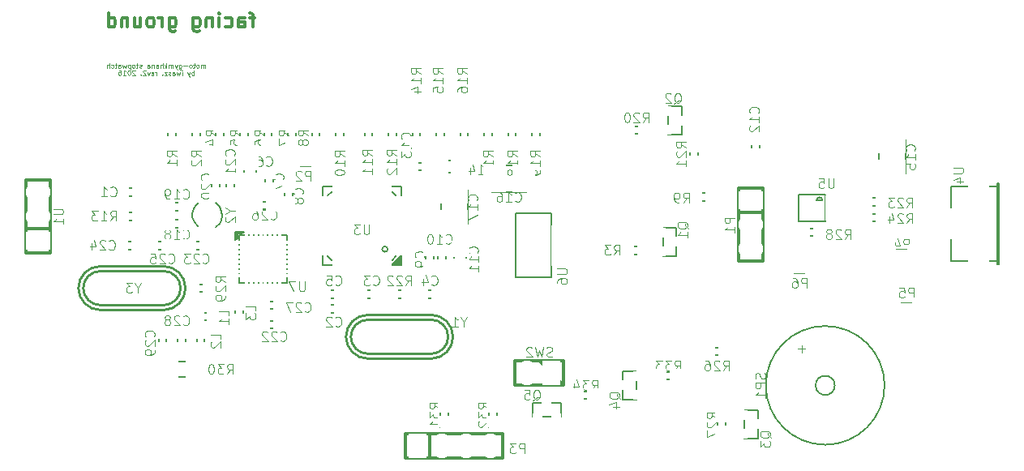
<source format=gbr>
%TF.GenerationSoftware,KiCad,Pcbnew,(2015-12-30 BZR 6409)-product*%
%TF.CreationDate,2016-01-04T10:30:51+01:00*%
%TF.ProjectId,gp8-clock,6770382D636C6F636B2E6B696361645F,rev?*%
%TF.FileFunction,Legend,Bot*%
%FSLAX46Y46*%
G04 Gerber Fmt 4.6, Leading zero omitted, Abs format (unit mm)*
G04 Created by KiCad (PCBNEW (2015-12-30 BZR 6409)-product) date pon, 4 sty 2016, 10:30:51*
%MOMM*%
G01*
G04 APERTURE LIST*
%ADD10C,0.100000*%
%ADD11C,0.300000*%
%ADD12C,0.050800*%
%ADD13C,0.127000*%
%ADD14C,0.304800*%
%ADD15C,0.149860*%
%ADD16C,0.200660*%
%ADD17C,0.203200*%
%ADD18C,0.150000*%
%ADD19C,0.254000*%
%ADD20C,0.101600*%
%ADD21C,1.924000*%
%ADD22R,1.299160X1.400760*%
%ADD23R,1.898600X1.700480*%
%ADD24R,1.400760X1.299160*%
%ADD25R,1.700480X1.898600*%
%ADD26R,1.400760X0.999440*%
%ADD27R,2.000200X2.203400*%
%ADD28R,2.599640X1.924000*%
%ADD29O,2.599640X1.924000*%
%ADD30R,0.699720X1.700480*%
%ADD31R,1.700480X0.699720*%
%ADD32R,2.297380X2.297380*%
%ADD33R,1.748740X0.798780*%
%ADD34R,1.746200X0.798780*%
%ADD35C,1.197560*%
%ADD36R,1.400000X0.650000*%
%ADD37R,2.200860X1.700480*%
%ADD38R,2.200860X4.199840*%
%ADD39R,0.416560X0.985520*%
%ADD40R,0.985520X0.416560*%
%ADD41R,1.861820X1.861820*%
%ADD42C,1.400760*%
%ADD43R,2.899360X2.350720*%
%ADD44R,2.350720X2.899360*%
%ADD45C,2.398980*%
%ADD46C,1.416000*%
%ADD47R,1.924000X2.599640*%
%ADD48O,1.924000X2.599640*%
%ADD49R,0.999440X1.400760*%
%ADD50C,1.800000*%
%ADD51C,2.400000*%
G04 APERTURE END LIST*
D10*
D11*
X126495000Y-80958571D02*
X125923571Y-80958571D01*
X126280714Y-81958571D02*
X126280714Y-80672857D01*
X126209286Y-80530000D01*
X126066428Y-80458571D01*
X125923571Y-80458571D01*
X124780714Y-81958571D02*
X124780714Y-81172857D01*
X124852143Y-81030000D01*
X124995000Y-80958571D01*
X125280714Y-80958571D01*
X125423571Y-81030000D01*
X124780714Y-81887143D02*
X124923571Y-81958571D01*
X125280714Y-81958571D01*
X125423571Y-81887143D01*
X125495000Y-81744286D01*
X125495000Y-81601429D01*
X125423571Y-81458571D01*
X125280714Y-81387143D01*
X124923571Y-81387143D01*
X124780714Y-81315714D01*
X123423571Y-81887143D02*
X123566428Y-81958571D01*
X123852142Y-81958571D01*
X123995000Y-81887143D01*
X124066428Y-81815714D01*
X124137857Y-81672857D01*
X124137857Y-81244286D01*
X124066428Y-81101429D01*
X123995000Y-81030000D01*
X123852142Y-80958571D01*
X123566428Y-80958571D01*
X123423571Y-81030000D01*
X122780714Y-81958571D02*
X122780714Y-80958571D01*
X122780714Y-80458571D02*
X122852143Y-80530000D01*
X122780714Y-80601429D01*
X122709286Y-80530000D01*
X122780714Y-80458571D01*
X122780714Y-80601429D01*
X122066428Y-80958571D02*
X122066428Y-81958571D01*
X122066428Y-81101429D02*
X121995000Y-81030000D01*
X121852142Y-80958571D01*
X121637857Y-80958571D01*
X121495000Y-81030000D01*
X121423571Y-81172857D01*
X121423571Y-81958571D01*
X120066428Y-80958571D02*
X120066428Y-82172857D01*
X120137857Y-82315714D01*
X120209285Y-82387143D01*
X120352142Y-82458571D01*
X120566428Y-82458571D01*
X120709285Y-82387143D01*
X120066428Y-81887143D02*
X120209285Y-81958571D01*
X120494999Y-81958571D01*
X120637857Y-81887143D01*
X120709285Y-81815714D01*
X120780714Y-81672857D01*
X120780714Y-81244286D01*
X120709285Y-81101429D01*
X120637857Y-81030000D01*
X120494999Y-80958571D01*
X120209285Y-80958571D01*
X120066428Y-81030000D01*
X117566428Y-80958571D02*
X117566428Y-82172857D01*
X117637857Y-82315714D01*
X117709285Y-82387143D01*
X117852142Y-82458571D01*
X118066428Y-82458571D01*
X118209285Y-82387143D01*
X117566428Y-81887143D02*
X117709285Y-81958571D01*
X117994999Y-81958571D01*
X118137857Y-81887143D01*
X118209285Y-81815714D01*
X118280714Y-81672857D01*
X118280714Y-81244286D01*
X118209285Y-81101429D01*
X118137857Y-81030000D01*
X117994999Y-80958571D01*
X117709285Y-80958571D01*
X117566428Y-81030000D01*
X116852142Y-81958571D02*
X116852142Y-80958571D01*
X116852142Y-81244286D02*
X116780714Y-81101429D01*
X116709285Y-81030000D01*
X116566428Y-80958571D01*
X116423571Y-80958571D01*
X115709285Y-81958571D02*
X115852143Y-81887143D01*
X115923571Y-81815714D01*
X115995000Y-81672857D01*
X115995000Y-81244286D01*
X115923571Y-81101429D01*
X115852143Y-81030000D01*
X115709285Y-80958571D01*
X115495000Y-80958571D01*
X115352143Y-81030000D01*
X115280714Y-81101429D01*
X115209285Y-81244286D01*
X115209285Y-81672857D01*
X115280714Y-81815714D01*
X115352143Y-81887143D01*
X115495000Y-81958571D01*
X115709285Y-81958571D01*
X113923571Y-80958571D02*
X113923571Y-81958571D01*
X114566428Y-80958571D02*
X114566428Y-81744286D01*
X114495000Y-81887143D01*
X114352142Y-81958571D01*
X114137857Y-81958571D01*
X113995000Y-81887143D01*
X113923571Y-81815714D01*
X113209285Y-80958571D02*
X113209285Y-81958571D01*
X113209285Y-81101429D02*
X113137857Y-81030000D01*
X112994999Y-80958571D01*
X112780714Y-80958571D01*
X112637857Y-81030000D01*
X112566428Y-81172857D01*
X112566428Y-81958571D01*
X111209285Y-81958571D02*
X111209285Y-80458571D01*
X111209285Y-81887143D02*
X111352142Y-81958571D01*
X111637856Y-81958571D01*
X111780714Y-81887143D01*
X111852142Y-81815714D01*
X111923571Y-81672857D01*
X111923571Y-81244286D01*
X111852142Y-81101429D01*
X111780714Y-81030000D01*
X111637856Y-80958571D01*
X111352142Y-80958571D01*
X111209285Y-81030000D01*
D12*
X121321286Y-86208810D02*
X121321286Y-85870143D01*
X121321286Y-85918524D02*
X121297095Y-85894333D01*
X121248714Y-85870143D01*
X121176143Y-85870143D01*
X121127762Y-85894333D01*
X121103571Y-85942714D01*
X121103571Y-86208810D01*
X121103571Y-85942714D02*
X121079381Y-85894333D01*
X121031000Y-85870143D01*
X120958428Y-85870143D01*
X120910048Y-85894333D01*
X120885857Y-85942714D01*
X120885857Y-86208810D01*
X120571381Y-86208810D02*
X120619762Y-86184619D01*
X120643953Y-86160429D01*
X120668143Y-86112048D01*
X120668143Y-85966905D01*
X120643953Y-85918524D01*
X120619762Y-85894333D01*
X120571381Y-85870143D01*
X120498810Y-85870143D01*
X120450429Y-85894333D01*
X120426238Y-85918524D01*
X120402048Y-85966905D01*
X120402048Y-86112048D01*
X120426238Y-86160429D01*
X120450429Y-86184619D01*
X120498810Y-86208810D01*
X120571381Y-86208810D01*
X120256905Y-85870143D02*
X120063381Y-85870143D01*
X120184334Y-85700810D02*
X120184334Y-86136238D01*
X120160143Y-86184619D01*
X120111762Y-86208810D01*
X120063381Y-86208810D01*
X119821476Y-86208810D02*
X119869857Y-86184619D01*
X119894048Y-86160429D01*
X119918238Y-86112048D01*
X119918238Y-85966905D01*
X119894048Y-85918524D01*
X119869857Y-85894333D01*
X119821476Y-85870143D01*
X119748905Y-85870143D01*
X119700524Y-85894333D01*
X119676333Y-85918524D01*
X119652143Y-85966905D01*
X119652143Y-86112048D01*
X119676333Y-86160429D01*
X119700524Y-86184619D01*
X119748905Y-86208810D01*
X119821476Y-86208810D01*
X119434429Y-86015286D02*
X119047381Y-86015286D01*
X118587762Y-85870143D02*
X118587762Y-86281381D01*
X118611953Y-86329762D01*
X118636143Y-86353952D01*
X118684524Y-86378143D01*
X118757096Y-86378143D01*
X118805477Y-86353952D01*
X118587762Y-86184619D02*
X118636143Y-86208810D01*
X118732905Y-86208810D01*
X118781286Y-86184619D01*
X118805477Y-86160429D01*
X118829667Y-86112048D01*
X118829667Y-85966905D01*
X118805477Y-85918524D01*
X118781286Y-85894333D01*
X118732905Y-85870143D01*
X118636143Y-85870143D01*
X118587762Y-85894333D01*
X118394239Y-85870143D02*
X118273286Y-86208810D01*
X118152334Y-85870143D02*
X118273286Y-86208810D01*
X118321667Y-86329762D01*
X118345858Y-86353952D01*
X118394239Y-86378143D01*
X117958810Y-86208810D02*
X117958810Y-85870143D01*
X117958810Y-85918524D02*
X117934619Y-85894333D01*
X117886238Y-85870143D01*
X117813667Y-85870143D01*
X117765286Y-85894333D01*
X117741095Y-85942714D01*
X117741095Y-86208810D01*
X117741095Y-85942714D02*
X117716905Y-85894333D01*
X117668524Y-85870143D01*
X117595952Y-85870143D01*
X117547572Y-85894333D01*
X117523381Y-85942714D01*
X117523381Y-86208810D01*
X117281477Y-86208810D02*
X117281477Y-85700810D01*
X117233096Y-86015286D02*
X117087953Y-86208810D01*
X117087953Y-85870143D02*
X117281477Y-86063667D01*
X116870239Y-86208810D02*
X116870239Y-85700810D01*
X116652524Y-86208810D02*
X116652524Y-85942714D01*
X116676715Y-85894333D01*
X116725096Y-85870143D01*
X116797667Y-85870143D01*
X116846048Y-85894333D01*
X116870239Y-85918524D01*
X116192905Y-86208810D02*
X116192905Y-85942714D01*
X116217096Y-85894333D01*
X116265477Y-85870143D01*
X116362239Y-85870143D01*
X116410620Y-85894333D01*
X116192905Y-86184619D02*
X116241286Y-86208810D01*
X116362239Y-86208810D01*
X116410620Y-86184619D01*
X116434810Y-86136238D01*
X116434810Y-86087857D01*
X116410620Y-86039476D01*
X116362239Y-86015286D01*
X116241286Y-86015286D01*
X116192905Y-85991095D01*
X115951001Y-85870143D02*
X115951001Y-86208810D01*
X115951001Y-85918524D02*
X115926810Y-85894333D01*
X115878429Y-85870143D01*
X115805858Y-85870143D01*
X115757477Y-85894333D01*
X115733286Y-85942714D01*
X115733286Y-86208810D01*
X115273667Y-86208810D02*
X115273667Y-85942714D01*
X115297858Y-85894333D01*
X115346239Y-85870143D01*
X115443001Y-85870143D01*
X115491382Y-85894333D01*
X115273667Y-86184619D02*
X115322048Y-86208810D01*
X115443001Y-86208810D01*
X115491382Y-86184619D01*
X115515572Y-86136238D01*
X115515572Y-86087857D01*
X115491382Y-86039476D01*
X115443001Y-86015286D01*
X115322048Y-86015286D01*
X115273667Y-85991095D01*
X114668905Y-86184619D02*
X114620524Y-86208810D01*
X114523762Y-86208810D01*
X114475381Y-86184619D01*
X114451191Y-86136238D01*
X114451191Y-86112048D01*
X114475381Y-86063667D01*
X114523762Y-86039476D01*
X114596334Y-86039476D01*
X114644715Y-86015286D01*
X114668905Y-85966905D01*
X114668905Y-85942714D01*
X114644715Y-85894333D01*
X114596334Y-85870143D01*
X114523762Y-85870143D01*
X114475381Y-85894333D01*
X114306048Y-85870143D02*
X114112524Y-85870143D01*
X114233477Y-85700810D02*
X114233477Y-86136238D01*
X114209286Y-86184619D01*
X114160905Y-86208810D01*
X114112524Y-86208810D01*
X113870619Y-86208810D02*
X113919000Y-86184619D01*
X113943191Y-86160429D01*
X113967381Y-86112048D01*
X113967381Y-85966905D01*
X113943191Y-85918524D01*
X113919000Y-85894333D01*
X113870619Y-85870143D01*
X113798048Y-85870143D01*
X113749667Y-85894333D01*
X113725476Y-85918524D01*
X113701286Y-85966905D01*
X113701286Y-86112048D01*
X113725476Y-86160429D01*
X113749667Y-86184619D01*
X113798048Y-86208810D01*
X113870619Y-86208810D01*
X113483572Y-85870143D02*
X113483572Y-86378143D01*
X113483572Y-85894333D02*
X113435191Y-85870143D01*
X113338429Y-85870143D01*
X113290048Y-85894333D01*
X113265857Y-85918524D01*
X113241667Y-85966905D01*
X113241667Y-86112048D01*
X113265857Y-86160429D01*
X113290048Y-86184619D01*
X113338429Y-86208810D01*
X113435191Y-86208810D01*
X113483572Y-86184619D01*
X113072334Y-85870143D02*
X112975572Y-86208810D01*
X112878810Y-85966905D01*
X112782048Y-86208810D01*
X112685286Y-85870143D01*
X112274048Y-86208810D02*
X112274048Y-85942714D01*
X112298239Y-85894333D01*
X112346620Y-85870143D01*
X112443382Y-85870143D01*
X112491763Y-85894333D01*
X112274048Y-86184619D02*
X112322429Y-86208810D01*
X112443382Y-86208810D01*
X112491763Y-86184619D01*
X112515953Y-86136238D01*
X112515953Y-86087857D01*
X112491763Y-86039476D01*
X112443382Y-86015286D01*
X112322429Y-86015286D01*
X112274048Y-85991095D01*
X112104715Y-85870143D02*
X111911191Y-85870143D01*
X112032144Y-85700810D02*
X112032144Y-86136238D01*
X112007953Y-86184619D01*
X111959572Y-86208810D01*
X111911191Y-86208810D01*
X111524143Y-86184619D02*
X111572524Y-86208810D01*
X111669286Y-86208810D01*
X111717667Y-86184619D01*
X111741858Y-86160429D01*
X111766048Y-86112048D01*
X111766048Y-85966905D01*
X111741858Y-85918524D01*
X111717667Y-85894333D01*
X111669286Y-85870143D01*
X111572524Y-85870143D01*
X111524143Y-85894333D01*
X111306429Y-86208810D02*
X111306429Y-85700810D01*
X111088714Y-86208810D02*
X111088714Y-85942714D01*
X111112905Y-85894333D01*
X111161286Y-85870143D01*
X111233857Y-85870143D01*
X111282238Y-85894333D01*
X111306429Y-85918524D01*
X120135955Y-86970810D02*
X120135955Y-86462810D01*
X120135955Y-86656333D02*
X120087574Y-86632143D01*
X119990812Y-86632143D01*
X119942431Y-86656333D01*
X119918240Y-86680524D01*
X119894050Y-86728905D01*
X119894050Y-86874048D01*
X119918240Y-86922429D01*
X119942431Y-86946619D01*
X119990812Y-86970810D01*
X120087574Y-86970810D01*
X120135955Y-86946619D01*
X119724717Y-86632143D02*
X119603764Y-86970810D01*
X119482812Y-86632143D02*
X119603764Y-86970810D01*
X119652145Y-87091762D01*
X119676336Y-87115952D01*
X119724717Y-87140143D01*
X118902240Y-86970810D02*
X118902240Y-86632143D01*
X118902240Y-86462810D02*
X118926430Y-86487000D01*
X118902240Y-86511190D01*
X118878049Y-86487000D01*
X118902240Y-86462810D01*
X118902240Y-86511190D01*
X118708716Y-86632143D02*
X118611954Y-86970810D01*
X118515192Y-86728905D01*
X118418430Y-86970810D01*
X118321668Y-86632143D01*
X117910430Y-86970810D02*
X117910430Y-86704714D01*
X117934621Y-86656333D01*
X117983002Y-86632143D01*
X118079764Y-86632143D01*
X118128145Y-86656333D01*
X117910430Y-86946619D02*
X117958811Y-86970810D01*
X118079764Y-86970810D01*
X118128145Y-86946619D01*
X118152335Y-86898238D01*
X118152335Y-86849857D01*
X118128145Y-86801476D01*
X118079764Y-86777286D01*
X117958811Y-86777286D01*
X117910430Y-86753095D01*
X117692716Y-86946619D02*
X117644335Y-86970810D01*
X117547573Y-86970810D01*
X117499192Y-86946619D01*
X117475002Y-86898238D01*
X117475002Y-86874048D01*
X117499192Y-86825667D01*
X117547573Y-86801476D01*
X117620145Y-86801476D01*
X117668526Y-86777286D01*
X117692716Y-86728905D01*
X117692716Y-86704714D01*
X117668526Y-86656333D01*
X117620145Y-86632143D01*
X117547573Y-86632143D01*
X117499192Y-86656333D01*
X117305669Y-86632143D02*
X117039573Y-86632143D01*
X117305669Y-86970810D01*
X117039573Y-86970810D01*
X116846050Y-86922429D02*
X116821859Y-86946619D01*
X116846050Y-86970810D01*
X116870240Y-86946619D01*
X116846050Y-86922429D01*
X116846050Y-86970810D01*
X116217097Y-86970810D02*
X116217097Y-86632143D01*
X116217097Y-86728905D02*
X116192906Y-86680524D01*
X116168716Y-86656333D01*
X116120335Y-86632143D01*
X116071954Y-86632143D01*
X115709097Y-86946619D02*
X115757478Y-86970810D01*
X115854240Y-86970810D01*
X115902621Y-86946619D01*
X115926811Y-86898238D01*
X115926811Y-86704714D01*
X115902621Y-86656333D01*
X115854240Y-86632143D01*
X115757478Y-86632143D01*
X115709097Y-86656333D01*
X115684906Y-86704714D01*
X115684906Y-86753095D01*
X115926811Y-86801476D01*
X115515573Y-86632143D02*
X115394620Y-86970810D01*
X115273668Y-86632143D01*
X115104334Y-86511190D02*
X115080144Y-86487000D01*
X115031763Y-86462810D01*
X114910810Y-86462810D01*
X114862429Y-86487000D01*
X114838239Y-86511190D01*
X114814048Y-86559571D01*
X114814048Y-86607952D01*
X114838239Y-86680524D01*
X115128525Y-86970810D01*
X114814048Y-86970810D01*
X114596334Y-86922429D02*
X114572143Y-86946619D01*
X114596334Y-86970810D01*
X114620524Y-86946619D01*
X114596334Y-86922429D01*
X114596334Y-86970810D01*
X113991571Y-86511190D02*
X113967381Y-86487000D01*
X113919000Y-86462810D01*
X113798047Y-86462810D01*
X113749666Y-86487000D01*
X113725476Y-86511190D01*
X113701285Y-86559571D01*
X113701285Y-86607952D01*
X113725476Y-86680524D01*
X114015762Y-86970810D01*
X113701285Y-86970810D01*
X113386809Y-86462810D02*
X113338428Y-86462810D01*
X113290047Y-86487000D01*
X113265856Y-86511190D01*
X113241666Y-86559571D01*
X113217475Y-86656333D01*
X113217475Y-86777286D01*
X113241666Y-86874048D01*
X113265856Y-86922429D01*
X113290047Y-86946619D01*
X113338428Y-86970810D01*
X113386809Y-86970810D01*
X113435190Y-86946619D01*
X113459380Y-86922429D01*
X113483571Y-86874048D01*
X113507761Y-86777286D01*
X113507761Y-86656333D01*
X113483571Y-86559571D01*
X113459380Y-86511190D01*
X113435190Y-86487000D01*
X113386809Y-86462810D01*
X112733665Y-86970810D02*
X113023951Y-86970810D01*
X112878808Y-86970810D02*
X112878808Y-86462810D01*
X112927189Y-86535381D01*
X112975570Y-86583762D01*
X113023951Y-86607952D01*
X112298236Y-86462810D02*
X112394998Y-86462810D01*
X112443379Y-86487000D01*
X112467570Y-86511190D01*
X112515951Y-86583762D01*
X112540141Y-86680524D01*
X112540141Y-86874048D01*
X112515951Y-86922429D01*
X112491760Y-86946619D01*
X112443379Y-86970810D01*
X112346617Y-86970810D01*
X112298236Y-86946619D01*
X112274046Y-86922429D01*
X112249855Y-86874048D01*
X112249855Y-86753095D01*
X112274046Y-86704714D01*
X112298236Y-86680524D01*
X112346617Y-86656333D01*
X112443379Y-86656333D01*
X112491760Y-86680524D01*
X112515951Y-86704714D01*
X112540141Y-86753095D01*
D13*
X114096800Y-98780600D02*
X114096800Y-99593400D01*
X112979200Y-99568000D02*
X112979200Y-98780600D01*
X112725200Y-99593400D02*
X114350800Y-99593400D01*
X114350800Y-99593400D02*
X114350800Y-98780600D01*
X114350800Y-98780600D02*
X112725200Y-98780600D01*
X112725200Y-98780600D02*
X112725200Y-99593400D01*
X134061200Y-111785400D02*
X134061200Y-110972600D01*
X135178800Y-110998000D02*
X135178800Y-111785400D01*
X135432800Y-110972600D02*
X133807200Y-110972600D01*
X133807200Y-110972600D02*
X133807200Y-111785400D01*
X133807200Y-111785400D02*
X135432800Y-111785400D01*
X135432800Y-111785400D02*
X135432800Y-110972600D01*
X138988800Y-109448600D02*
X138988800Y-110261400D01*
X137871200Y-110236000D02*
X137871200Y-109448600D01*
X137617200Y-110261400D02*
X139242800Y-110261400D01*
X139242800Y-110261400D02*
X139242800Y-109448600D01*
X139242800Y-109448600D02*
X137617200Y-109448600D01*
X137617200Y-109448600D02*
X137617200Y-110261400D01*
X144221200Y-110261400D02*
X144221200Y-109448600D01*
X145338800Y-109474000D02*
X145338800Y-110261400D01*
X145592800Y-109448600D02*
X143967200Y-109448600D01*
X143967200Y-109448600D02*
X143967200Y-110261400D01*
X143967200Y-110261400D02*
X145592800Y-110261400D01*
X145592800Y-110261400D02*
X145592800Y-109448600D01*
X134061200Y-110261400D02*
X134061200Y-109448600D01*
X135178800Y-109474000D02*
X135178800Y-110261400D01*
X135432800Y-109448600D02*
X133807200Y-109448600D01*
X133807200Y-109448600D02*
X133807200Y-110261400D01*
X133807200Y-110261400D02*
X135432800Y-110261400D01*
X135432800Y-110261400D02*
X135432800Y-109448600D01*
X126619000Y-96393000D02*
X125349000Y-96393000D01*
X126619000Y-97663000D02*
X125374400Y-97663000D01*
X126619000Y-98044000D02*
X126619000Y-96012000D01*
X126619000Y-96012000D02*
X125349000Y-96012000D01*
X125349000Y-96012000D02*
X125349000Y-98044000D01*
X125349000Y-98044000D02*
X126619000Y-98044000D01*
X127609600Y-97485200D02*
X128422400Y-97485200D01*
X128397000Y-98602800D02*
X127609600Y-98602800D01*
X128422400Y-98856800D02*
X128422400Y-97231200D01*
X128422400Y-97231200D02*
X127609600Y-97231200D01*
X127609600Y-97231200D02*
X127609600Y-98856800D01*
X127609600Y-98856800D02*
X128422400Y-98856800D01*
X129641600Y-98882200D02*
X130454400Y-98882200D01*
X130429000Y-99999800D02*
X129641600Y-99999800D01*
X130454400Y-100253800D02*
X130454400Y-98628200D01*
X130454400Y-98628200D02*
X129641600Y-98628200D01*
X129641600Y-98628200D02*
X129641600Y-100253800D01*
X129641600Y-100253800D02*
X130454400Y-100253800D01*
X145186400Y-106603800D02*
X144373600Y-106603800D01*
X144399000Y-105486200D02*
X145186400Y-105486200D01*
X144373600Y-105232200D02*
X144373600Y-106857800D01*
X144373600Y-106857800D02*
X145186400Y-106857800D01*
X145186400Y-106857800D02*
X145186400Y-105232200D01*
X145186400Y-105232200D02*
X144373600Y-105232200D01*
X146456400Y-106603800D02*
X145643600Y-106603800D01*
X145669000Y-105486200D02*
X146456400Y-105486200D01*
X145643600Y-105232200D02*
X145643600Y-106857800D01*
X145643600Y-106857800D02*
X146456400Y-106857800D01*
X146456400Y-106857800D02*
X146456400Y-105232200D01*
X146456400Y-105232200D02*
X145643600Y-105232200D01*
X147320000Y-106680000D02*
X148590000Y-106680000D01*
X147320000Y-105410000D02*
X148564600Y-105410000D01*
X147320000Y-105029000D02*
X147320000Y-107061000D01*
X147320000Y-107061000D02*
X148590000Y-107061000D01*
X148590000Y-107061000D02*
X148590000Y-105029000D01*
X148590000Y-105029000D02*
X147320000Y-105029000D01*
X179222400Y-95046800D02*
X178409600Y-95046800D01*
X178435000Y-93929200D02*
X179222400Y-93929200D01*
X178409600Y-93675200D02*
X178409600Y-95300800D01*
X178409600Y-95300800D02*
X179222400Y-95300800D01*
X179222400Y-95300800D02*
X179222400Y-93675200D01*
X179222400Y-93675200D02*
X178409600Y-93675200D01*
X144322800Y-96113600D02*
X144322800Y-96926400D01*
X143205200Y-96901000D02*
X143205200Y-96113600D01*
X142951200Y-96926400D02*
X144576800Y-96926400D01*
X144576800Y-96926400D02*
X144576800Y-96113600D01*
X144576800Y-96113600D02*
X142951200Y-96113600D01*
X142951200Y-96113600D02*
X142951200Y-96926400D01*
X146177000Y-95885000D02*
X146177000Y-97155000D01*
X147447000Y-95885000D02*
X147447000Y-97129600D01*
X147828000Y-95885000D02*
X145796000Y-95885000D01*
X145796000Y-95885000D02*
X145796000Y-97155000D01*
X145796000Y-97155000D02*
X147828000Y-97155000D01*
X147828000Y-97155000D02*
X147828000Y-95885000D01*
X118922800Y-102082600D02*
X118922800Y-102895400D01*
X117805200Y-102870000D02*
X117805200Y-102082600D01*
X117551200Y-102895400D02*
X119176800Y-102895400D01*
X119176800Y-102895400D02*
X119176800Y-102082600D01*
X119176800Y-102082600D02*
X117551200Y-102082600D01*
X117551200Y-102082600D02*
X117551200Y-102895400D01*
X118922800Y-100304600D02*
X118922800Y-101117400D01*
X117805200Y-101092000D02*
X117805200Y-100304600D01*
X117551200Y-101117400D02*
X119176800Y-101117400D01*
X119176800Y-101117400D02*
X119176800Y-100304600D01*
X119176800Y-100304600D02*
X117551200Y-100304600D01*
X117551200Y-100304600D02*
X117551200Y-101117400D01*
X122834400Y-99110800D02*
X122021600Y-99110800D01*
X122047000Y-97993200D02*
X122834400Y-97993200D01*
X122021600Y-97739200D02*
X122021600Y-99364800D01*
X122021600Y-99364800D02*
X122834400Y-99364800D01*
X122834400Y-99364800D02*
X122834400Y-97739200D01*
X122834400Y-97739200D02*
X122021600Y-97739200D01*
X124358400Y-99110800D02*
X123545600Y-99110800D01*
X123571000Y-97993200D02*
X124358400Y-97993200D01*
X123545600Y-97739200D02*
X123545600Y-99364800D01*
X123545600Y-99364800D02*
X124358400Y-99364800D01*
X124358400Y-99364800D02*
X124358400Y-97739200D01*
X124358400Y-97739200D02*
X123545600Y-97739200D01*
X127711200Y-113436400D02*
X127711200Y-112623600D01*
X128828800Y-112649000D02*
X128828800Y-113436400D01*
X129082800Y-112623600D02*
X127457200Y-112623600D01*
X127457200Y-112623600D02*
X127457200Y-113436400D01*
X127457200Y-113436400D02*
X129082800Y-113436400D01*
X129082800Y-113436400D02*
X129082800Y-112623600D01*
X121081800Y-104368600D02*
X121081800Y-105181400D01*
X119964200Y-105156000D02*
X119964200Y-104368600D01*
X119710200Y-105181400D02*
X121335800Y-105181400D01*
X121335800Y-105181400D02*
X121335800Y-104368600D01*
X121335800Y-104368600D02*
X119710200Y-104368600D01*
X119710200Y-104368600D02*
X119710200Y-105181400D01*
X112852200Y-105181400D02*
X112852200Y-104368600D01*
X113969800Y-104394000D02*
X113969800Y-105181400D01*
X114223800Y-104368600D02*
X112598200Y-104368600D01*
X112598200Y-104368600D02*
X112598200Y-105181400D01*
X112598200Y-105181400D02*
X114223800Y-105181400D01*
X114223800Y-105181400D02*
X114223800Y-104368600D01*
X117144800Y-104368600D02*
X117144800Y-105181400D01*
X116027200Y-105156000D02*
X116027200Y-104368600D01*
X115773200Y-105181400D02*
X117398800Y-105181400D01*
X117398800Y-105181400D02*
X117398800Y-104368600D01*
X117398800Y-104368600D02*
X115773200Y-104368600D01*
X115773200Y-104368600D02*
X115773200Y-105181400D01*
X126949200Y-100990400D02*
X126949200Y-100177600D01*
X128066800Y-100203000D02*
X128066800Y-100990400D01*
X128320800Y-100177600D02*
X126695200Y-100177600D01*
X126695200Y-100177600D02*
X126695200Y-100990400D01*
X126695200Y-100990400D02*
X128320800Y-100990400D01*
X128320800Y-100990400D02*
X128320800Y-100177600D01*
X128828800Y-110591600D02*
X128828800Y-111404400D01*
X127711200Y-111379000D02*
X127711200Y-110591600D01*
X127457200Y-111404400D02*
X129082800Y-111404400D01*
X129082800Y-111404400D02*
X129082800Y-110591600D01*
X129082800Y-110591600D02*
X127457200Y-110591600D01*
X127457200Y-110591600D02*
X127457200Y-111404400D01*
X119260400Y-115269800D02*
X118447600Y-115269800D01*
X118473000Y-114152200D02*
X119260400Y-114152200D01*
X118447600Y-113898200D02*
X118447600Y-115523800D01*
X118447600Y-115523800D02*
X119260400Y-115523800D01*
X119260400Y-115523800D02*
X119260400Y-113898200D01*
X119260400Y-113898200D02*
X118447600Y-113898200D01*
X116447600Y-114152200D02*
X117260400Y-114152200D01*
X117235000Y-115269800D02*
X116447600Y-115269800D01*
X117260400Y-115523800D02*
X117260400Y-113898200D01*
X117260400Y-113898200D02*
X116447600Y-113898200D01*
X116447600Y-113898200D02*
X116447600Y-115523800D01*
X116447600Y-115523800D02*
X117260400Y-115523800D01*
X120795200Y-112617400D02*
X120795200Y-111804600D01*
X121912800Y-111830000D02*
X121912800Y-112617400D01*
X122166800Y-111804600D02*
X120541200Y-111804600D01*
X120541200Y-111804600D02*
X120541200Y-112617400D01*
X120541200Y-112617400D02*
X122166800Y-112617400D01*
X122166800Y-112617400D02*
X122166800Y-111804600D01*
X120447600Y-114152200D02*
X121260400Y-114152200D01*
X121235000Y-115269800D02*
X120447600Y-115269800D01*
X121260400Y-115523800D02*
X121260400Y-113898200D01*
X121260400Y-113898200D02*
X120447600Y-113898200D01*
X120447600Y-113898200D02*
X120447600Y-115523800D01*
X120447600Y-115523800D02*
X121260400Y-115523800D01*
X124447600Y-111152200D02*
X125260400Y-111152200D01*
X125235000Y-112269800D02*
X124447600Y-112269800D01*
X125260400Y-112523800D02*
X125260400Y-110898200D01*
X125260400Y-110898200D02*
X124447600Y-110898200D01*
X124447600Y-110898200D02*
X124447600Y-112523800D01*
X124447600Y-112523800D02*
X125260400Y-112523800D01*
X169100500Y-103441500D02*
X168440100Y-103441500D01*
X169100500Y-105346500D02*
X168440100Y-105346500D01*
X170497500Y-104394000D02*
X171157900Y-104394000D01*
X170497500Y-105892600D02*
X170497500Y-102895400D01*
X170497500Y-102895400D02*
X169100500Y-102895400D01*
X169100500Y-102895400D02*
X169100500Y-105892600D01*
X169100500Y-105892600D02*
X170497500Y-105892600D01*
X169655500Y-90758500D02*
X168995100Y-90758500D01*
X169655500Y-92663500D02*
X168995100Y-92663500D01*
X171052500Y-91711000D02*
X171712900Y-91711000D01*
X171052500Y-93209600D02*
X171052500Y-90212400D01*
X171052500Y-90212400D02*
X169655500Y-90212400D01*
X169655500Y-90212400D02*
X169655500Y-93209600D01*
X169655500Y-93209600D02*
X171052500Y-93209600D01*
X118260400Y-93769800D02*
X117447600Y-93769800D01*
X117473000Y-92652200D02*
X118260400Y-92652200D01*
X117447600Y-92398200D02*
X117447600Y-94023800D01*
X117447600Y-94023800D02*
X118260400Y-94023800D01*
X118260400Y-94023800D02*
X118260400Y-92398200D01*
X118260400Y-92398200D02*
X117447600Y-92398200D01*
X120760400Y-93769800D02*
X119947600Y-93769800D01*
X119973000Y-92652200D02*
X120760400Y-92652200D01*
X119947600Y-92398200D02*
X119947600Y-94023800D01*
X119947600Y-94023800D02*
X120760400Y-94023800D01*
X120760400Y-94023800D02*
X120760400Y-92398200D01*
X120760400Y-92398200D02*
X119947600Y-92398200D01*
X165684200Y-105689400D02*
X165684200Y-104876600D01*
X166801800Y-104902000D02*
X166801800Y-105689400D01*
X167055800Y-104876600D02*
X165430200Y-104876600D01*
X165430200Y-104876600D02*
X165430200Y-105689400D01*
X165430200Y-105689400D02*
X167055800Y-105689400D01*
X167055800Y-105689400D02*
X167055800Y-104876600D01*
X123260400Y-93769800D02*
X122447600Y-93769800D01*
X122473000Y-92652200D02*
X123260400Y-92652200D01*
X122447600Y-92398200D02*
X122447600Y-94023800D01*
X122447600Y-94023800D02*
X123260400Y-94023800D01*
X123260400Y-94023800D02*
X123260400Y-92398200D01*
X123260400Y-92398200D02*
X122447600Y-92398200D01*
X125760400Y-93769800D02*
X124947600Y-93769800D01*
X124973000Y-92652200D02*
X125760400Y-92652200D01*
X124947600Y-92398200D02*
X124947600Y-94023800D01*
X124947600Y-94023800D02*
X125760400Y-94023800D01*
X125760400Y-94023800D02*
X125760400Y-92398200D01*
X125760400Y-92398200D02*
X124947600Y-92398200D01*
X128260400Y-93769800D02*
X127447600Y-93769800D01*
X127473000Y-92652200D02*
X128260400Y-92652200D01*
X127447600Y-92398200D02*
X127447600Y-94023800D01*
X127447600Y-94023800D02*
X128260400Y-94023800D01*
X128260400Y-94023800D02*
X128260400Y-92398200D01*
X128260400Y-92398200D02*
X127447600Y-92398200D01*
X130760400Y-93769800D02*
X129947600Y-93769800D01*
X129973000Y-92652200D02*
X130760400Y-92652200D01*
X129947600Y-92398200D02*
X129947600Y-94023800D01*
X129947600Y-94023800D02*
X130760400Y-94023800D01*
X130760400Y-94023800D02*
X130760400Y-92398200D01*
X130760400Y-92398200D02*
X129947600Y-92398200D01*
X133260400Y-93769800D02*
X132447600Y-93769800D01*
X132473000Y-92652200D02*
X133260400Y-92652200D01*
X132447600Y-92398200D02*
X132447600Y-94023800D01*
X132447600Y-94023800D02*
X133260400Y-94023800D01*
X133260400Y-94023800D02*
X133260400Y-92398200D01*
X133260400Y-92398200D02*
X132447600Y-92398200D01*
X173912800Y-99304600D02*
X173912800Y-100117400D01*
X172795200Y-100092000D02*
X172795200Y-99304600D01*
X172541200Y-100117400D02*
X174166800Y-100117400D01*
X174166800Y-100117400D02*
X174166800Y-99304600D01*
X174166800Y-99304600D02*
X172541200Y-99304600D01*
X172541200Y-99304600D02*
X172541200Y-100117400D01*
X135760400Y-93769800D02*
X134947600Y-93769800D01*
X134973000Y-92652200D02*
X135760400Y-92652200D01*
X134947600Y-92398200D02*
X134947600Y-94023800D01*
X134947600Y-94023800D02*
X135760400Y-94023800D01*
X135760400Y-94023800D02*
X135760400Y-92398200D01*
X135760400Y-92398200D02*
X134947600Y-92398200D01*
X138760400Y-93769800D02*
X137947600Y-93769800D01*
X137973000Y-92652200D02*
X138760400Y-92652200D01*
X137947600Y-92398200D02*
X137947600Y-94023800D01*
X137947600Y-94023800D02*
X138760400Y-94023800D01*
X138760400Y-94023800D02*
X138760400Y-92398200D01*
X138760400Y-92398200D02*
X137947600Y-92398200D01*
X141260400Y-93769800D02*
X140447600Y-93769800D01*
X140473000Y-92652200D02*
X141260400Y-92652200D01*
X140447600Y-92398200D02*
X140447600Y-94023800D01*
X140447600Y-94023800D02*
X141260400Y-94023800D01*
X141260400Y-94023800D02*
X141260400Y-92398200D01*
X141260400Y-92398200D02*
X140447600Y-92398200D01*
X114096800Y-101320600D02*
X114096800Y-102133400D01*
X112979200Y-102108000D02*
X112979200Y-101320600D01*
X112725200Y-102133400D02*
X114350800Y-102133400D01*
X114350800Y-102133400D02*
X114350800Y-101320600D01*
X114350800Y-101320600D02*
X112725200Y-101320600D01*
X112725200Y-101320600D02*
X112725200Y-102133400D01*
X143760400Y-93769800D02*
X142947600Y-93769800D01*
X142973000Y-92652200D02*
X143760400Y-92652200D01*
X142947600Y-92398200D02*
X142947600Y-94023800D01*
X142947600Y-94023800D02*
X143760400Y-94023800D01*
X143760400Y-94023800D02*
X143760400Y-92398200D01*
X143760400Y-92398200D02*
X142947600Y-92398200D01*
X146260400Y-93769800D02*
X145447600Y-93769800D01*
X145473000Y-92652200D02*
X146260400Y-92652200D01*
X145447600Y-92398200D02*
X145447600Y-94023800D01*
X145447600Y-94023800D02*
X146260400Y-94023800D01*
X146260400Y-94023800D02*
X146260400Y-92398200D01*
X146260400Y-92398200D02*
X145447600Y-92398200D01*
X148760400Y-93769800D02*
X147947600Y-93769800D01*
X147973000Y-92652200D02*
X148760400Y-92652200D01*
X147947600Y-92398200D02*
X147947600Y-94023800D01*
X147947600Y-94023800D02*
X148760400Y-94023800D01*
X148760400Y-94023800D02*
X148760400Y-92398200D01*
X148760400Y-92398200D02*
X147947600Y-92398200D01*
X151260400Y-93769800D02*
X150447600Y-93769800D01*
X150473000Y-92652200D02*
X151260400Y-92652200D01*
X150447600Y-92398200D02*
X150447600Y-94023800D01*
X150447600Y-94023800D02*
X151260400Y-94023800D01*
X151260400Y-94023800D02*
X151260400Y-92398200D01*
X151260400Y-92398200D02*
X150447600Y-92398200D01*
X153760400Y-93769800D02*
X152947600Y-93769800D01*
X152973000Y-92652200D02*
X153760400Y-92652200D01*
X152947600Y-92398200D02*
X152947600Y-94023800D01*
X152947600Y-94023800D02*
X153760400Y-94023800D01*
X153760400Y-94023800D02*
X153760400Y-92398200D01*
X153760400Y-92398200D02*
X152947600Y-92398200D01*
X156260400Y-93769800D02*
X155447600Y-93769800D01*
X155473000Y-92652200D02*
X156260400Y-92652200D01*
X155447600Y-92398200D02*
X155447600Y-94023800D01*
X155447600Y-94023800D02*
X156260400Y-94023800D01*
X156260400Y-94023800D02*
X156260400Y-92398200D01*
X156260400Y-92398200D02*
X155447600Y-92398200D01*
X165795200Y-93117400D02*
X165795200Y-92304600D01*
X166912800Y-92330000D02*
X166912800Y-93117400D01*
X167166800Y-92304600D02*
X165541200Y-92304600D01*
X165541200Y-92304600D02*
X165541200Y-93117400D01*
X165541200Y-93117400D02*
X167166800Y-93117400D01*
X167166800Y-93117400D02*
X167166800Y-92304600D01*
X172760400Y-95769800D02*
X171947600Y-95769800D01*
X171973000Y-94652200D02*
X172760400Y-94652200D01*
X171947600Y-94398200D02*
X171947600Y-96023800D01*
X171947600Y-96023800D02*
X172760400Y-96023800D01*
X172760400Y-96023800D02*
X172760400Y-94398200D01*
X172760400Y-94398200D02*
X171947600Y-94398200D01*
X141046200Y-110261400D02*
X141046200Y-109448600D01*
X142163800Y-109474000D02*
X142163800Y-110261400D01*
X142417800Y-109448600D02*
X140792200Y-109448600D01*
X140792200Y-109448600D02*
X140792200Y-110261400D01*
X140792200Y-110261400D02*
X142417800Y-110261400D01*
X142417800Y-110261400D02*
X142417800Y-109448600D01*
X191693800Y-99796600D02*
X191693800Y-100609400D01*
X190576200Y-100584000D02*
X190576200Y-99796600D01*
X190322200Y-100609400D02*
X191947800Y-100609400D01*
X191947800Y-100609400D02*
X191947800Y-99796600D01*
X191947800Y-99796600D02*
X190322200Y-99796600D01*
X190322200Y-99796600D02*
X190322200Y-100609400D01*
X191693800Y-101447600D02*
X191693800Y-102260400D01*
X190576200Y-102235000D02*
X190576200Y-101447600D01*
X190322200Y-102260400D02*
X191947800Y-102260400D01*
X191947800Y-102260400D02*
X191947800Y-101447600D01*
X191947800Y-101447600D02*
X190322200Y-101447600D01*
X190322200Y-101447600D02*
X190322200Y-102260400D01*
X175310800Y-115417600D02*
X175310800Y-116230400D01*
X174193200Y-116205000D02*
X174193200Y-115417600D01*
X173939200Y-116230400D02*
X175564800Y-116230400D01*
X175564800Y-116230400D02*
X175564800Y-115417600D01*
X175564800Y-115417600D02*
X173939200Y-115417600D01*
X173939200Y-115417600D02*
X173939200Y-116230400D01*
X174853600Y-122885200D02*
X175666400Y-122885200D01*
X175641000Y-124002800D02*
X174853600Y-124002800D01*
X175666400Y-124256800D02*
X175666400Y-122631200D01*
X175666400Y-122631200D02*
X174853600Y-122631200D01*
X174853600Y-122631200D02*
X174853600Y-124256800D01*
X174853600Y-124256800D02*
X175666400Y-124256800D01*
X184099200Y-103784400D02*
X184099200Y-102971600D01*
X185216800Y-102997000D02*
X185216800Y-103784400D01*
X185470800Y-102971600D02*
X183845200Y-102971600D01*
X183845200Y-102971600D02*
X183845200Y-103784400D01*
X183845200Y-103784400D02*
X185470800Y-103784400D01*
X185470800Y-103784400D02*
X185470800Y-102971600D01*
X120345200Y-109626400D02*
X120345200Y-108813600D01*
X121462800Y-108839000D02*
X121462800Y-109626400D01*
X121716800Y-108813600D02*
X120091200Y-108813600D01*
X120091200Y-108813600D02*
X120091200Y-109626400D01*
X120091200Y-109626400D02*
X121716800Y-109626400D01*
X121716800Y-109626400D02*
X121716800Y-108813600D01*
X119997000Y-116898200D02*
X119997000Y-118523800D01*
X117711000Y-118523800D02*
X117711000Y-116898200D01*
X117253800Y-118523800D02*
X117253800Y-116898200D01*
X117253800Y-116898200D02*
X120454200Y-116898200D01*
X120454200Y-116898200D02*
X120454200Y-118523800D01*
X120454200Y-118523800D02*
X117253800Y-118523800D01*
D14*
X102584000Y-102981000D02*
X105124000Y-102981000D01*
X105124000Y-105521000D02*
X105124000Y-97901000D01*
X105124000Y-97901000D02*
X102584000Y-97901000D01*
X102584000Y-97901000D02*
X102584000Y-105521000D01*
X102584000Y-105521000D02*
X105124000Y-105521000D01*
D15*
X141767560Y-106641900D02*
X141566900Y-106842560D01*
X141368780Y-106842560D02*
X141767560Y-106443780D01*
X141767560Y-106243120D02*
X141168120Y-106842560D01*
X140967460Y-106842560D02*
X141767560Y-106042460D01*
X140766800Y-106842560D02*
X141767560Y-106842560D01*
X141767560Y-106842560D02*
X141767560Y-105841800D01*
X141767560Y-105841800D02*
X140766800Y-106842560D01*
X133568440Y-105841800D02*
X133568440Y-106842560D01*
X133568440Y-106842560D02*
X134569200Y-106842560D01*
X134569200Y-98643440D02*
X133568440Y-98643440D01*
X133568440Y-98643440D02*
X133568440Y-99644200D01*
X141767560Y-99644200D02*
X141767560Y-98643440D01*
X141767560Y-98643440D02*
X140766800Y-98643440D01*
D13*
X140364981Y-105156000D02*
G75*
G03X140364981Y-105156000I-283981J0D01*
G01*
X134112000Y-105918000D02*
X134493000Y-106299000D01*
X134493000Y-106299000D02*
X140843000Y-106299000D01*
X140843000Y-106299000D02*
X141224000Y-105918000D01*
X141224000Y-105918000D02*
X141224000Y-99568000D01*
X141224000Y-99568000D02*
X140843000Y-99187000D01*
X140843000Y-99187000D02*
X134493000Y-99187000D01*
X134493000Y-99187000D02*
X134112000Y-99568000D01*
X134112000Y-99568000D02*
X134112000Y-105918000D01*
D16*
X204098980Y-98298840D02*
X204098980Y-106701160D01*
X204200580Y-98298840D02*
X204200580Y-106701160D01*
X204200580Y-106701160D02*
X203999920Y-106701160D01*
X203999920Y-106701160D02*
X203999920Y-98298840D01*
X203999920Y-98298840D02*
X204200580Y-98298840D01*
X204200580Y-98601100D02*
X199199320Y-98601100D01*
X199199320Y-98601100D02*
X199199320Y-106398900D01*
X199199320Y-106398900D02*
X204200580Y-106398900D01*
D17*
X183258000Y-99438000D02*
X183258000Y-102238000D01*
X183258000Y-102238000D02*
X186058000Y-102238000D01*
X186058000Y-102238000D02*
X186058000Y-99438000D01*
X186058000Y-99438000D02*
X183258000Y-99438000D01*
X185158000Y-100038000D02*
G75*
G02X185758000Y-100038000I300000J0D01*
G01*
X185158000Y-100038000D02*
X185758000Y-100038000D01*
D13*
X159219900Y-106324400D02*
X159219900Y-103225600D01*
X159219900Y-103225600D02*
X157429200Y-103225600D01*
X159219900Y-106324400D02*
X157429200Y-106324400D01*
X151930100Y-102882700D02*
X151930100Y-102069900D01*
X151930100Y-102069900D02*
X153720800Y-102069900D01*
X151930100Y-102882700D02*
X153720800Y-102882700D01*
X151930100Y-105181400D02*
X153720800Y-105181400D01*
X151930100Y-104368600D02*
X153720800Y-104368600D01*
X151930100Y-105181400D02*
X151930100Y-104368600D01*
X151930100Y-107480100D02*
X151930100Y-106667300D01*
X151930100Y-106667300D02*
X153720800Y-106667300D01*
X151930100Y-107480100D02*
X153720800Y-107480100D01*
X153720800Y-101422200D02*
X153720800Y-108127800D01*
X153720800Y-108127800D02*
X157429200Y-108127800D01*
X157429200Y-108127800D02*
X157429200Y-101422200D01*
X157429200Y-101422200D02*
X153720800Y-101422200D01*
X125254000Y-103411000D02*
X124554000Y-103411000D01*
X124554000Y-103411000D02*
X124554000Y-104111000D01*
X125154000Y-103511000D02*
X124654000Y-103511000D01*
X124654000Y-103511000D02*
X124654000Y-104011000D01*
X124654000Y-104011000D02*
X124454000Y-104211000D01*
X124454000Y-104211000D02*
X124454000Y-103311000D01*
X124454000Y-103311000D02*
X125354000Y-103311000D01*
X125354000Y-103311000D02*
X125154000Y-103511000D01*
X129853360Y-103711640D02*
X124854640Y-103711640D01*
X124854640Y-103711640D02*
X124854640Y-108710360D01*
X124854640Y-108710360D02*
X129853360Y-108710360D01*
X129853360Y-108710360D02*
X129853360Y-103711640D01*
D18*
X120639840Y-100299520D02*
X120388380Y-100550980D01*
X120388380Y-100550980D02*
X120139460Y-100898960D01*
X120139460Y-100898960D02*
X119989600Y-101450140D01*
X119989600Y-101450140D02*
X119989600Y-101848920D01*
X119989600Y-101848920D02*
X120190260Y-102349300D01*
X120190260Y-102349300D02*
X120538240Y-102750620D01*
X122389900Y-100299520D02*
X122588020Y-100449380D01*
X122588020Y-100449380D02*
X122839480Y-100749100D01*
X122839480Y-100749100D02*
X123040140Y-101201220D01*
X123040140Y-101201220D02*
X123088400Y-101650800D01*
X123088400Y-101650800D02*
X122989340Y-102151180D01*
X122989340Y-102151180D02*
X122788680Y-102499160D01*
X122788680Y-102499160D02*
X122438160Y-102849680D01*
D13*
X194437000Y-94297500D02*
X191643000Y-94297500D01*
X194437000Y-93726000D02*
X194437000Y-97282000D01*
X194437000Y-97282000D02*
X191643000Y-97282000D01*
X191643000Y-97282000D02*
X191643000Y-93726000D01*
X191643000Y-93726000D02*
X194437000Y-93726000D01*
X154241500Y-99187000D02*
X154241500Y-96393000D01*
X154813000Y-99187000D02*
X151257000Y-99187000D01*
X151257000Y-99187000D02*
X151257000Y-96393000D01*
X151257000Y-96393000D02*
X154813000Y-96393000D01*
X154813000Y-96393000D02*
X154813000Y-99187000D01*
X148717000Y-99504500D02*
X145923000Y-99504500D01*
X148717000Y-98933000D02*
X148717000Y-102489000D01*
X148717000Y-102489000D02*
X145923000Y-102489000D01*
X145923000Y-102489000D02*
X145923000Y-98933000D01*
X145923000Y-98933000D02*
X148717000Y-98933000D01*
D14*
X179578000Y-101346000D02*
X177038000Y-101346000D01*
X177038000Y-98806000D02*
X177038000Y-106426000D01*
X177038000Y-106426000D02*
X179578000Y-106426000D01*
X179578000Y-106426000D02*
X179578000Y-98806000D01*
X179578000Y-98806000D02*
X177038000Y-98806000D01*
D10*
X130556000Y-96520000D02*
X133096000Y-96520000D01*
D14*
X144780000Y-127000000D02*
X144780000Y-124460000D01*
X152400000Y-124460000D02*
X142240000Y-124460000D01*
X142240000Y-127000000D02*
X152400000Y-127000000D01*
X142240000Y-124460000D02*
X142240000Y-127000000D01*
X152400000Y-127000000D02*
X152400000Y-124460000D01*
D10*
X192786000Y-105156000D02*
X195326000Y-105156000D01*
X193294000Y-110744000D02*
X195834000Y-110744000D01*
X182118000Y-107696000D02*
X184658000Y-107696000D01*
D13*
X177609500Y-122491500D02*
X176949100Y-122491500D01*
X177609500Y-124396500D02*
X176949100Y-124396500D01*
X179006500Y-123444000D02*
X179666900Y-123444000D01*
X179006500Y-124942600D02*
X179006500Y-121945400D01*
X179006500Y-121945400D02*
X177609500Y-121945400D01*
X177609500Y-121945400D02*
X177609500Y-124942600D01*
X177609500Y-124942600D02*
X179006500Y-124942600D01*
X166306500Y-120332500D02*
X166966900Y-120332500D01*
X166306500Y-118427500D02*
X166966900Y-118427500D01*
X164909500Y-119380000D02*
X164249100Y-119380000D01*
X164909500Y-117881400D02*
X164909500Y-120878600D01*
X164909500Y-120878600D02*
X166306500Y-120878600D01*
X166306500Y-120878600D02*
X166306500Y-117881400D01*
X166306500Y-117881400D02*
X164909500Y-117881400D01*
X156019500Y-122618500D02*
X156019500Y-123278900D01*
X157924500Y-122618500D02*
X157924500Y-123278900D01*
X156972000Y-121221500D02*
X156972000Y-120561100D01*
X158470600Y-121221500D02*
X155473400Y-121221500D01*
X155473400Y-121221500D02*
X155473400Y-122618500D01*
X155473400Y-122618500D02*
X158470600Y-122618500D01*
X158470600Y-122618500D02*
X158470600Y-121221500D01*
X146710400Y-122986800D02*
X145897600Y-122986800D01*
X145923000Y-121869200D02*
X146710400Y-121869200D01*
X145897600Y-121615200D02*
X145897600Y-123240800D01*
X145897600Y-123240800D02*
X146710400Y-123240800D01*
X146710400Y-123240800D02*
X146710400Y-121615200D01*
X146710400Y-121615200D02*
X145897600Y-121615200D01*
X151790400Y-122986800D02*
X150977600Y-122986800D01*
X151003000Y-121869200D02*
X151790400Y-121869200D01*
X150977600Y-121615200D02*
X150977600Y-123240800D01*
X150977600Y-123240800D02*
X151790400Y-123240800D01*
X151790400Y-123240800D02*
X151790400Y-121615200D01*
X151790400Y-121615200D02*
X150977600Y-121615200D01*
X169113200Y-118770400D02*
X169113200Y-117957600D01*
X170230800Y-117983000D02*
X170230800Y-118770400D01*
X170484800Y-117957600D02*
X168859200Y-117957600D01*
X168859200Y-117957600D02*
X168859200Y-118770400D01*
X168859200Y-118770400D02*
X170484800Y-118770400D01*
X170484800Y-118770400D02*
X170484800Y-117957600D01*
X161594800Y-119989600D02*
X161594800Y-120802400D01*
X160477200Y-120777000D02*
X160477200Y-119989600D01*
X160223200Y-120802400D02*
X161848800Y-120802400D01*
X161848800Y-120802400D02*
X161848800Y-119989600D01*
X161848800Y-119989600D02*
X160223200Y-119989600D01*
X160223200Y-119989600D02*
X160223200Y-120802400D01*
D18*
X187055760Y-119380000D02*
G75*
G03X187055760Y-119380000I-1000760J0D01*
G01*
X192255140Y-119380000D02*
G75*
G03X192255140Y-119380000I-6200140J0D01*
G01*
D14*
X158750000Y-119380000D02*
X156210000Y-116840000D01*
X153670000Y-119380000D02*
X158750000Y-119380000D01*
X158750000Y-116840000D02*
X153670000Y-116840000D01*
X158750000Y-119380000D02*
X158750000Y-116840000D01*
X153670000Y-116840000D02*
X153670000Y-119380000D01*
D19*
X147193000Y-114300000D02*
G75*
G02X144907000Y-116586000I-2286000J0D01*
G01*
X138303000Y-112522000D02*
X144907000Y-112522000D01*
X144907000Y-116078000D02*
X138303000Y-116078000D01*
X144907000Y-112522000D02*
G75*
G02X146685000Y-114300000I0J-1778000D01*
G01*
X146685000Y-114300000D02*
G75*
G02X144907000Y-116078000I-1778000J0D01*
G01*
X136525000Y-114300000D02*
G75*
G02X138303000Y-112522000I1778000J0D01*
G01*
X138303000Y-116078000D02*
G75*
G02X136525000Y-114300000I0J1778000D01*
G01*
X144907000Y-112014000D02*
G75*
G02X147193000Y-114300000I0J-2286000D01*
G01*
X144907000Y-112014000D02*
X138303000Y-112014000D01*
X138303000Y-116586000D02*
X144907000Y-116586000D01*
X136017000Y-114300000D02*
G75*
G02X138303000Y-112014000I2286000J0D01*
G01*
X138303000Y-116586000D02*
G75*
G02X136017000Y-114300000I0J2286000D01*
G01*
X108077000Y-109220000D02*
G75*
G02X110363000Y-106934000I2286000J0D01*
G01*
X116967000Y-110998000D02*
X110363000Y-110998000D01*
X110363000Y-107442000D02*
X116967000Y-107442000D01*
X110363000Y-110998000D02*
G75*
G02X108585000Y-109220000I0J1778000D01*
G01*
X108585000Y-109220000D02*
G75*
G02X110363000Y-107442000I1778000J0D01*
G01*
X118745000Y-109220000D02*
G75*
G02X116967000Y-110998000I-1778000J0D01*
G01*
X116967000Y-107442000D02*
G75*
G02X118745000Y-109220000I0J-1778000D01*
G01*
X110363000Y-111506000D02*
G75*
G02X108077000Y-109220000I0J2286000D01*
G01*
X110363000Y-111506000D02*
X116967000Y-111506000D01*
X116967000Y-106934000D02*
X110363000Y-106934000D01*
X119253000Y-109220000D02*
G75*
G02X116967000Y-111506000I-2286000J0D01*
G01*
X116967000Y-106934000D02*
G75*
G02X119253000Y-109220000I0J-2286000D01*
G01*
D20*
X111421333Y-99549857D02*
X111469714Y-99598238D01*
X111614857Y-99646619D01*
X111711619Y-99646619D01*
X111856761Y-99598238D01*
X111953523Y-99501476D01*
X112001904Y-99404714D01*
X112050285Y-99211190D01*
X112050285Y-99066048D01*
X112001904Y-98872524D01*
X111953523Y-98775762D01*
X111856761Y-98679000D01*
X111711619Y-98630619D01*
X111614857Y-98630619D01*
X111469714Y-98679000D01*
X111421333Y-98727381D01*
X110453714Y-99646619D02*
X111034285Y-99646619D01*
X110743999Y-99646619D02*
X110743999Y-98630619D01*
X110840761Y-98775762D01*
X110937523Y-98872524D01*
X111034285Y-98920905D01*
X134916333Y-113138857D02*
X134964714Y-113187238D01*
X135109857Y-113235619D01*
X135206619Y-113235619D01*
X135351761Y-113187238D01*
X135448523Y-113090476D01*
X135496904Y-112993714D01*
X135545285Y-112800190D01*
X135545285Y-112655048D01*
X135496904Y-112461524D01*
X135448523Y-112364762D01*
X135351761Y-112268000D01*
X135206619Y-112219619D01*
X135109857Y-112219619D01*
X134964714Y-112268000D01*
X134916333Y-112316381D01*
X134529285Y-112316381D02*
X134480904Y-112268000D01*
X134384142Y-112219619D01*
X134142238Y-112219619D01*
X134045476Y-112268000D01*
X133997095Y-112316381D01*
X133948714Y-112413143D01*
X133948714Y-112509905D01*
X133997095Y-112655048D01*
X134577666Y-113235619D01*
X133948714Y-113235619D01*
X138853333Y-108820857D02*
X138901714Y-108869238D01*
X139046857Y-108917619D01*
X139143619Y-108917619D01*
X139288761Y-108869238D01*
X139385523Y-108772476D01*
X139433904Y-108675714D01*
X139482285Y-108482190D01*
X139482285Y-108337048D01*
X139433904Y-108143524D01*
X139385523Y-108046762D01*
X139288761Y-107950000D01*
X139143619Y-107901619D01*
X139046857Y-107901619D01*
X138901714Y-107950000D01*
X138853333Y-107998381D01*
X138514666Y-107901619D02*
X137885714Y-107901619D01*
X138224380Y-108288667D01*
X138079238Y-108288667D01*
X137982476Y-108337048D01*
X137934095Y-108385429D01*
X137885714Y-108482190D01*
X137885714Y-108724095D01*
X137934095Y-108820857D01*
X137982476Y-108869238D01*
X138079238Y-108917619D01*
X138369523Y-108917619D01*
X138466285Y-108869238D01*
X138514666Y-108820857D01*
X144949333Y-108820857D02*
X144997714Y-108869238D01*
X145142857Y-108917619D01*
X145239619Y-108917619D01*
X145384761Y-108869238D01*
X145481523Y-108772476D01*
X145529904Y-108675714D01*
X145578285Y-108482190D01*
X145578285Y-108337048D01*
X145529904Y-108143524D01*
X145481523Y-108046762D01*
X145384761Y-107950000D01*
X145239619Y-107901619D01*
X145142857Y-107901619D01*
X144997714Y-107950000D01*
X144949333Y-107998381D01*
X144078476Y-108240286D02*
X144078476Y-108917619D01*
X144320380Y-107853238D02*
X144562285Y-108578952D01*
X143933333Y-108578952D01*
X134916333Y-108820857D02*
X134964714Y-108869238D01*
X135109857Y-108917619D01*
X135206619Y-108917619D01*
X135351761Y-108869238D01*
X135448523Y-108772476D01*
X135496904Y-108675714D01*
X135545285Y-108482190D01*
X135545285Y-108337048D01*
X135496904Y-108143524D01*
X135448523Y-108046762D01*
X135351761Y-107950000D01*
X135206619Y-107901619D01*
X135109857Y-107901619D01*
X134964714Y-107950000D01*
X134916333Y-107998381D01*
X133997095Y-107901619D02*
X134480904Y-107901619D01*
X134529285Y-108385429D01*
X134480904Y-108337048D01*
X134384142Y-108288667D01*
X134142238Y-108288667D01*
X134045476Y-108337048D01*
X133997095Y-108385429D01*
X133948714Y-108482190D01*
X133948714Y-108724095D01*
X133997095Y-108820857D01*
X134045476Y-108869238D01*
X134142238Y-108917619D01*
X134384142Y-108917619D01*
X134480904Y-108869238D01*
X134529285Y-108820857D01*
X127677333Y-96374857D02*
X127725714Y-96423238D01*
X127870857Y-96471619D01*
X127967619Y-96471619D01*
X128112761Y-96423238D01*
X128209523Y-96326476D01*
X128257904Y-96229714D01*
X128306285Y-96036190D01*
X128306285Y-95891048D01*
X128257904Y-95697524D01*
X128209523Y-95600762D01*
X128112761Y-95504000D01*
X127967619Y-95455619D01*
X127870857Y-95455619D01*
X127725714Y-95504000D01*
X127677333Y-95552381D01*
X126806476Y-95455619D02*
X126999999Y-95455619D01*
X127096761Y-95504000D01*
X127145142Y-95552381D01*
X127241904Y-95697524D01*
X127290285Y-95891048D01*
X127290285Y-96278095D01*
X127241904Y-96374857D01*
X127193523Y-96423238D01*
X127096761Y-96471619D01*
X126903238Y-96471619D01*
X126806476Y-96423238D01*
X126758095Y-96374857D01*
X126709714Y-96278095D01*
X126709714Y-96036190D01*
X126758095Y-95939429D01*
X126806476Y-95891048D01*
X126903238Y-95842667D01*
X127096761Y-95842667D01*
X127193523Y-95891048D01*
X127241904Y-95939429D01*
X127290285Y-96036190D01*
X129394857Y-97874667D02*
X129443238Y-97826286D01*
X129491619Y-97681143D01*
X129491619Y-97584381D01*
X129443238Y-97439239D01*
X129346476Y-97342477D01*
X129249714Y-97294096D01*
X129056190Y-97245715D01*
X128911048Y-97245715D01*
X128717524Y-97294096D01*
X128620762Y-97342477D01*
X128524000Y-97439239D01*
X128475619Y-97584381D01*
X128475619Y-97681143D01*
X128524000Y-97826286D01*
X128572381Y-97874667D01*
X128475619Y-98213334D02*
X128475619Y-98890667D01*
X129491619Y-98455239D01*
X131426857Y-99398667D02*
X131475238Y-99350286D01*
X131523619Y-99205143D01*
X131523619Y-99108381D01*
X131475238Y-98963239D01*
X131378476Y-98866477D01*
X131281714Y-98818096D01*
X131088190Y-98769715D01*
X130943048Y-98769715D01*
X130749524Y-98818096D01*
X130652762Y-98866477D01*
X130556000Y-98963239D01*
X130507619Y-99108381D01*
X130507619Y-99205143D01*
X130556000Y-99350286D01*
X130604381Y-99398667D01*
X130943048Y-99979239D02*
X130894667Y-99882477D01*
X130846286Y-99834096D01*
X130749524Y-99785715D01*
X130701143Y-99785715D01*
X130604381Y-99834096D01*
X130556000Y-99882477D01*
X130507619Y-99979239D01*
X130507619Y-100172762D01*
X130556000Y-100269524D01*
X130604381Y-100317905D01*
X130701143Y-100366286D01*
X130749524Y-100366286D01*
X130846286Y-100317905D01*
X130894667Y-100269524D01*
X130943048Y-100172762D01*
X130943048Y-99979239D01*
X130991429Y-99882477D01*
X131039810Y-99834096D01*
X131136571Y-99785715D01*
X131330095Y-99785715D01*
X131426857Y-99834096D01*
X131475238Y-99882477D01*
X131523619Y-99979239D01*
X131523619Y-100172762D01*
X131475238Y-100269524D01*
X131426857Y-100317905D01*
X131330095Y-100366286D01*
X131136571Y-100366286D01*
X131039810Y-100317905D01*
X130991429Y-100269524D01*
X130943048Y-100172762D01*
X144126857Y-106002667D02*
X144175238Y-105954286D01*
X144223619Y-105809143D01*
X144223619Y-105712381D01*
X144175238Y-105567239D01*
X144078476Y-105470477D01*
X143981714Y-105422096D01*
X143788190Y-105373715D01*
X143643048Y-105373715D01*
X143449524Y-105422096D01*
X143352762Y-105470477D01*
X143256000Y-105567239D01*
X143207619Y-105712381D01*
X143207619Y-105809143D01*
X143256000Y-105954286D01*
X143304381Y-106002667D01*
X144223619Y-106486477D02*
X144223619Y-106680001D01*
X144175238Y-106776762D01*
X144126857Y-106825143D01*
X143981714Y-106921905D01*
X143788190Y-106970286D01*
X143401143Y-106970286D01*
X143304381Y-106921905D01*
X143256000Y-106873524D01*
X143207619Y-106776762D01*
X143207619Y-106583239D01*
X143256000Y-106486477D01*
X143304381Y-106438096D01*
X143401143Y-106389715D01*
X143643048Y-106389715D01*
X143739810Y-106438096D01*
X143788190Y-106486477D01*
X143836571Y-106583239D01*
X143836571Y-106776762D01*
X143788190Y-106873524D01*
X143739810Y-106921905D01*
X143643048Y-106970286D01*
X146449143Y-104502857D02*
X146497524Y-104551238D01*
X146642667Y-104599619D01*
X146739429Y-104599619D01*
X146884571Y-104551238D01*
X146981333Y-104454476D01*
X147029714Y-104357714D01*
X147078095Y-104164190D01*
X147078095Y-104019048D01*
X147029714Y-103825524D01*
X146981333Y-103728762D01*
X146884571Y-103632000D01*
X146739429Y-103583619D01*
X146642667Y-103583619D01*
X146497524Y-103632000D01*
X146449143Y-103680381D01*
X145481524Y-104599619D02*
X146062095Y-104599619D01*
X145771809Y-104599619D02*
X145771809Y-103583619D01*
X145868571Y-103728762D01*
X145965333Y-103825524D01*
X146062095Y-103873905D01*
X144852571Y-103583619D02*
X144755810Y-103583619D01*
X144659048Y-103632000D01*
X144610667Y-103680381D01*
X144562286Y-103777143D01*
X144513905Y-103970667D01*
X144513905Y-104212571D01*
X144562286Y-104406095D01*
X144610667Y-104502857D01*
X144659048Y-104551238D01*
X144755810Y-104599619D01*
X144852571Y-104599619D01*
X144949333Y-104551238D01*
X144997714Y-104502857D01*
X145046095Y-104406095D01*
X145094476Y-104212571D01*
X145094476Y-103970667D01*
X145046095Y-103777143D01*
X144997714Y-103680381D01*
X144949333Y-103632000D01*
X144852571Y-103583619D01*
X149714857Y-105518857D02*
X149763238Y-105470476D01*
X149811619Y-105325333D01*
X149811619Y-105228571D01*
X149763238Y-105083429D01*
X149666476Y-104986667D01*
X149569714Y-104938286D01*
X149376190Y-104889905D01*
X149231048Y-104889905D01*
X149037524Y-104938286D01*
X148940762Y-104986667D01*
X148844000Y-105083429D01*
X148795619Y-105228571D01*
X148795619Y-105325333D01*
X148844000Y-105470476D01*
X148892381Y-105518857D01*
X149811619Y-106486476D02*
X149811619Y-105905905D01*
X149811619Y-106196191D02*
X148795619Y-106196191D01*
X148940762Y-106099429D01*
X149037524Y-106002667D01*
X149085905Y-105905905D01*
X149811619Y-107454095D02*
X149811619Y-106873524D01*
X149811619Y-107163810D02*
X148795619Y-107163810D01*
X148940762Y-107067048D01*
X149037524Y-106970286D01*
X149085905Y-106873524D01*
X179051857Y-90913857D02*
X179100238Y-90865476D01*
X179148619Y-90720333D01*
X179148619Y-90623571D01*
X179100238Y-90478429D01*
X179003476Y-90381667D01*
X178906714Y-90333286D01*
X178713190Y-90284905D01*
X178568048Y-90284905D01*
X178374524Y-90333286D01*
X178277762Y-90381667D01*
X178181000Y-90478429D01*
X178132619Y-90623571D01*
X178132619Y-90720333D01*
X178181000Y-90865476D01*
X178229381Y-90913857D01*
X179148619Y-91881476D02*
X179148619Y-91300905D01*
X179148619Y-91591191D02*
X178132619Y-91591191D01*
X178277762Y-91494429D01*
X178374524Y-91397667D01*
X178422905Y-91300905D01*
X178229381Y-92268524D02*
X178181000Y-92316905D01*
X178132619Y-92413667D01*
X178132619Y-92655571D01*
X178181000Y-92752333D01*
X178229381Y-92800714D01*
X178326143Y-92849095D01*
X178422905Y-92849095D01*
X178568048Y-92800714D01*
X179148619Y-92220143D01*
X179148619Y-92849095D01*
X142692857Y-93620857D02*
X142741238Y-93572476D01*
X142789619Y-93427333D01*
X142789619Y-93330571D01*
X142741238Y-93185429D01*
X142644476Y-93088667D01*
X142547714Y-93040286D01*
X142354190Y-92991905D01*
X142209048Y-92991905D01*
X142015524Y-93040286D01*
X141918762Y-93088667D01*
X141822000Y-93185429D01*
X141773619Y-93330571D01*
X141773619Y-93427333D01*
X141822000Y-93572476D01*
X141870381Y-93620857D01*
X142789619Y-94588476D02*
X142789619Y-94007905D01*
X142789619Y-94298191D02*
X141773619Y-94298191D01*
X141918762Y-94201429D01*
X142015524Y-94104667D01*
X142063905Y-94007905D01*
X141773619Y-94927143D02*
X141773619Y-95556095D01*
X142160667Y-95217429D01*
X142160667Y-95362571D01*
X142209048Y-95459333D01*
X142257429Y-95507714D01*
X142354190Y-95556095D01*
X142596095Y-95556095D01*
X142692857Y-95507714D01*
X142741238Y-95459333D01*
X142789619Y-95362571D01*
X142789619Y-95072286D01*
X142741238Y-94975524D01*
X142692857Y-94927143D01*
X150804143Y-97263857D02*
X150852524Y-97312238D01*
X150997667Y-97360619D01*
X151094429Y-97360619D01*
X151239571Y-97312238D01*
X151336333Y-97215476D01*
X151384714Y-97118714D01*
X151433095Y-96925190D01*
X151433095Y-96780048D01*
X151384714Y-96586524D01*
X151336333Y-96489762D01*
X151239571Y-96393000D01*
X151094429Y-96344619D01*
X150997667Y-96344619D01*
X150852524Y-96393000D01*
X150804143Y-96441381D01*
X149836524Y-97360619D02*
X150417095Y-97360619D01*
X150126809Y-97360619D02*
X150126809Y-96344619D01*
X150223571Y-96489762D01*
X150320333Y-96586524D01*
X150417095Y-96634905D01*
X148965667Y-96683286D02*
X148965667Y-97360619D01*
X149207571Y-96296238D02*
X149449476Y-97021952D01*
X148820524Y-97021952D01*
X119017143Y-103994857D02*
X119065524Y-104043238D01*
X119210667Y-104091619D01*
X119307429Y-104091619D01*
X119452571Y-104043238D01*
X119549333Y-103946476D01*
X119597714Y-103849714D01*
X119646095Y-103656190D01*
X119646095Y-103511048D01*
X119597714Y-103317524D01*
X119549333Y-103220762D01*
X119452571Y-103124000D01*
X119307429Y-103075619D01*
X119210667Y-103075619D01*
X119065524Y-103124000D01*
X119017143Y-103172381D01*
X118049524Y-104091619D02*
X118630095Y-104091619D01*
X118339809Y-104091619D02*
X118339809Y-103075619D01*
X118436571Y-103220762D01*
X118533333Y-103317524D01*
X118630095Y-103365905D01*
X117468952Y-103511048D02*
X117565714Y-103462667D01*
X117614095Y-103414286D01*
X117662476Y-103317524D01*
X117662476Y-103269143D01*
X117614095Y-103172381D01*
X117565714Y-103124000D01*
X117468952Y-103075619D01*
X117275429Y-103075619D01*
X117178667Y-103124000D01*
X117130286Y-103172381D01*
X117081905Y-103269143D01*
X117081905Y-103317524D01*
X117130286Y-103414286D01*
X117178667Y-103462667D01*
X117275429Y-103511048D01*
X117468952Y-103511048D01*
X117565714Y-103559429D01*
X117614095Y-103607810D01*
X117662476Y-103704571D01*
X117662476Y-103898095D01*
X117614095Y-103994857D01*
X117565714Y-104043238D01*
X117468952Y-104091619D01*
X117275429Y-104091619D01*
X117178667Y-104043238D01*
X117130286Y-103994857D01*
X117081905Y-103898095D01*
X117081905Y-103704571D01*
X117130286Y-103607810D01*
X117178667Y-103559429D01*
X117275429Y-103511048D01*
X119017143Y-99803857D02*
X119065524Y-99852238D01*
X119210667Y-99900619D01*
X119307429Y-99900619D01*
X119452571Y-99852238D01*
X119549333Y-99755476D01*
X119597714Y-99658714D01*
X119646095Y-99465190D01*
X119646095Y-99320048D01*
X119597714Y-99126524D01*
X119549333Y-99029762D01*
X119452571Y-98933000D01*
X119307429Y-98884619D01*
X119210667Y-98884619D01*
X119065524Y-98933000D01*
X119017143Y-98981381D01*
X118049524Y-99900619D02*
X118630095Y-99900619D01*
X118339809Y-99900619D02*
X118339809Y-98884619D01*
X118436571Y-99029762D01*
X118533333Y-99126524D01*
X118630095Y-99174905D01*
X117565714Y-99900619D02*
X117372190Y-99900619D01*
X117275429Y-99852238D01*
X117227048Y-99803857D01*
X117130286Y-99658714D01*
X117081905Y-99465190D01*
X117081905Y-99078143D01*
X117130286Y-98981381D01*
X117178667Y-98933000D01*
X117275429Y-98884619D01*
X117468952Y-98884619D01*
X117565714Y-98933000D01*
X117614095Y-98981381D01*
X117662476Y-99078143D01*
X117662476Y-99320048D01*
X117614095Y-99416810D01*
X117565714Y-99465190D01*
X117468952Y-99513571D01*
X117275429Y-99513571D01*
X117178667Y-99465190D01*
X117130286Y-99416810D01*
X117081905Y-99320048D01*
X121774857Y-97898857D02*
X121823238Y-97850476D01*
X121871619Y-97705333D01*
X121871619Y-97608571D01*
X121823238Y-97463429D01*
X121726476Y-97366667D01*
X121629714Y-97318286D01*
X121436190Y-97269905D01*
X121291048Y-97269905D01*
X121097524Y-97318286D01*
X121000762Y-97366667D01*
X120904000Y-97463429D01*
X120855619Y-97608571D01*
X120855619Y-97705333D01*
X120904000Y-97850476D01*
X120952381Y-97898857D01*
X120952381Y-98285905D02*
X120904000Y-98334286D01*
X120855619Y-98431048D01*
X120855619Y-98672952D01*
X120904000Y-98769714D01*
X120952381Y-98818095D01*
X121049143Y-98866476D01*
X121145905Y-98866476D01*
X121291048Y-98818095D01*
X121871619Y-98237524D01*
X121871619Y-98866476D01*
X120855619Y-99495429D02*
X120855619Y-99592190D01*
X120904000Y-99688952D01*
X120952381Y-99737333D01*
X121049143Y-99785714D01*
X121242667Y-99834095D01*
X121484571Y-99834095D01*
X121678095Y-99785714D01*
X121774857Y-99737333D01*
X121823238Y-99688952D01*
X121871619Y-99592190D01*
X121871619Y-99495429D01*
X121823238Y-99398667D01*
X121774857Y-99350286D01*
X121678095Y-99301905D01*
X121484571Y-99253524D01*
X121242667Y-99253524D01*
X121049143Y-99301905D01*
X120952381Y-99350286D01*
X120904000Y-99398667D01*
X120855619Y-99495429D01*
X124314857Y-95358857D02*
X124363238Y-95310476D01*
X124411619Y-95165333D01*
X124411619Y-95068571D01*
X124363238Y-94923429D01*
X124266476Y-94826667D01*
X124169714Y-94778286D01*
X123976190Y-94729905D01*
X123831048Y-94729905D01*
X123637524Y-94778286D01*
X123540762Y-94826667D01*
X123444000Y-94923429D01*
X123395619Y-95068571D01*
X123395619Y-95165333D01*
X123444000Y-95310476D01*
X123492381Y-95358857D01*
X123492381Y-95745905D02*
X123444000Y-95794286D01*
X123395619Y-95891048D01*
X123395619Y-96132952D01*
X123444000Y-96229714D01*
X123492381Y-96278095D01*
X123589143Y-96326476D01*
X123685905Y-96326476D01*
X123831048Y-96278095D01*
X124411619Y-95697524D01*
X124411619Y-96326476D01*
X124411619Y-97294095D02*
X124411619Y-96713524D01*
X124411619Y-97003810D02*
X123395619Y-97003810D01*
X123540762Y-96907048D01*
X123637524Y-96810286D01*
X123685905Y-96713524D01*
X129177143Y-114662857D02*
X129225524Y-114711238D01*
X129370667Y-114759619D01*
X129467429Y-114759619D01*
X129612571Y-114711238D01*
X129709333Y-114614476D01*
X129757714Y-114517714D01*
X129806095Y-114324190D01*
X129806095Y-114179048D01*
X129757714Y-113985524D01*
X129709333Y-113888762D01*
X129612571Y-113792000D01*
X129467429Y-113743619D01*
X129370667Y-113743619D01*
X129225524Y-113792000D01*
X129177143Y-113840381D01*
X128790095Y-113840381D02*
X128741714Y-113792000D01*
X128644952Y-113743619D01*
X128403048Y-113743619D01*
X128306286Y-113792000D01*
X128257905Y-113840381D01*
X128209524Y-113937143D01*
X128209524Y-114033905D01*
X128257905Y-114179048D01*
X128838476Y-114759619D01*
X128209524Y-114759619D01*
X127822476Y-113840381D02*
X127774095Y-113792000D01*
X127677333Y-113743619D01*
X127435429Y-113743619D01*
X127338667Y-113792000D01*
X127290286Y-113840381D01*
X127241905Y-113937143D01*
X127241905Y-114033905D01*
X127290286Y-114179048D01*
X127870857Y-114759619D01*
X127241905Y-114759619D01*
X121049143Y-106534857D02*
X121097524Y-106583238D01*
X121242667Y-106631619D01*
X121339429Y-106631619D01*
X121484571Y-106583238D01*
X121581333Y-106486476D01*
X121629714Y-106389714D01*
X121678095Y-106196190D01*
X121678095Y-106051048D01*
X121629714Y-105857524D01*
X121581333Y-105760762D01*
X121484571Y-105664000D01*
X121339429Y-105615619D01*
X121242667Y-105615619D01*
X121097524Y-105664000D01*
X121049143Y-105712381D01*
X120662095Y-105712381D02*
X120613714Y-105664000D01*
X120516952Y-105615619D01*
X120275048Y-105615619D01*
X120178286Y-105664000D01*
X120129905Y-105712381D01*
X120081524Y-105809143D01*
X120081524Y-105905905D01*
X120129905Y-106051048D01*
X120710476Y-106631619D01*
X120081524Y-106631619D01*
X119742857Y-105615619D02*
X119113905Y-105615619D01*
X119452571Y-106002667D01*
X119307429Y-106002667D01*
X119210667Y-106051048D01*
X119162286Y-106099429D01*
X119113905Y-106196190D01*
X119113905Y-106438095D01*
X119162286Y-106534857D01*
X119210667Y-106583238D01*
X119307429Y-106631619D01*
X119597714Y-106631619D01*
X119694476Y-106583238D01*
X119742857Y-106534857D01*
X111270143Y-105137857D02*
X111318524Y-105186238D01*
X111463667Y-105234619D01*
X111560429Y-105234619D01*
X111705571Y-105186238D01*
X111802333Y-105089476D01*
X111850714Y-104992714D01*
X111899095Y-104799190D01*
X111899095Y-104654048D01*
X111850714Y-104460524D01*
X111802333Y-104363762D01*
X111705571Y-104267000D01*
X111560429Y-104218619D01*
X111463667Y-104218619D01*
X111318524Y-104267000D01*
X111270143Y-104315381D01*
X110883095Y-104315381D02*
X110834714Y-104267000D01*
X110737952Y-104218619D01*
X110496048Y-104218619D01*
X110399286Y-104267000D01*
X110350905Y-104315381D01*
X110302524Y-104412143D01*
X110302524Y-104508905D01*
X110350905Y-104654048D01*
X110931476Y-105234619D01*
X110302524Y-105234619D01*
X109431667Y-104557286D02*
X109431667Y-105234619D01*
X109673571Y-104170238D02*
X109915476Y-104895952D01*
X109286524Y-104895952D01*
X117493143Y-106534857D02*
X117541524Y-106583238D01*
X117686667Y-106631619D01*
X117783429Y-106631619D01*
X117928571Y-106583238D01*
X118025333Y-106486476D01*
X118073714Y-106389714D01*
X118122095Y-106196190D01*
X118122095Y-106051048D01*
X118073714Y-105857524D01*
X118025333Y-105760762D01*
X117928571Y-105664000D01*
X117783429Y-105615619D01*
X117686667Y-105615619D01*
X117541524Y-105664000D01*
X117493143Y-105712381D01*
X117106095Y-105712381D02*
X117057714Y-105664000D01*
X116960952Y-105615619D01*
X116719048Y-105615619D01*
X116622286Y-105664000D01*
X116573905Y-105712381D01*
X116525524Y-105809143D01*
X116525524Y-105905905D01*
X116573905Y-106051048D01*
X117154476Y-106631619D01*
X116525524Y-106631619D01*
X115606286Y-105615619D02*
X116090095Y-105615619D01*
X116138476Y-106099429D01*
X116090095Y-106051048D01*
X115993333Y-106002667D01*
X115751429Y-106002667D01*
X115654667Y-106051048D01*
X115606286Y-106099429D01*
X115557905Y-106196190D01*
X115557905Y-106438095D01*
X115606286Y-106534857D01*
X115654667Y-106583238D01*
X115751429Y-106631619D01*
X115993333Y-106631619D01*
X116090095Y-106583238D01*
X116138476Y-106534857D01*
X128161143Y-101962857D02*
X128209524Y-102011238D01*
X128354667Y-102059619D01*
X128451429Y-102059619D01*
X128596571Y-102011238D01*
X128693333Y-101914476D01*
X128741714Y-101817714D01*
X128790095Y-101624190D01*
X128790095Y-101479048D01*
X128741714Y-101285524D01*
X128693333Y-101188762D01*
X128596571Y-101092000D01*
X128451429Y-101043619D01*
X128354667Y-101043619D01*
X128209524Y-101092000D01*
X128161143Y-101140381D01*
X127774095Y-101140381D02*
X127725714Y-101092000D01*
X127628952Y-101043619D01*
X127387048Y-101043619D01*
X127290286Y-101092000D01*
X127241905Y-101140381D01*
X127193524Y-101237143D01*
X127193524Y-101333905D01*
X127241905Y-101479048D01*
X127822476Y-102059619D01*
X127193524Y-102059619D01*
X126322667Y-101043619D02*
X126516190Y-101043619D01*
X126612952Y-101092000D01*
X126661333Y-101140381D01*
X126758095Y-101285524D01*
X126806476Y-101479048D01*
X126806476Y-101866095D01*
X126758095Y-101962857D01*
X126709714Y-102011238D01*
X126612952Y-102059619D01*
X126419429Y-102059619D01*
X126322667Y-102011238D01*
X126274286Y-101962857D01*
X126225905Y-101866095D01*
X126225905Y-101624190D01*
X126274286Y-101527429D01*
X126322667Y-101479048D01*
X126419429Y-101430667D01*
X126612952Y-101430667D01*
X126709714Y-101479048D01*
X126758095Y-101527429D01*
X126806476Y-101624190D01*
X131717143Y-111614857D02*
X131765524Y-111663238D01*
X131910667Y-111711619D01*
X132007429Y-111711619D01*
X132152571Y-111663238D01*
X132249333Y-111566476D01*
X132297714Y-111469714D01*
X132346095Y-111276190D01*
X132346095Y-111131048D01*
X132297714Y-110937524D01*
X132249333Y-110840762D01*
X132152571Y-110744000D01*
X132007429Y-110695619D01*
X131910667Y-110695619D01*
X131765524Y-110744000D01*
X131717143Y-110792381D01*
X131330095Y-110792381D02*
X131281714Y-110744000D01*
X131184952Y-110695619D01*
X130943048Y-110695619D01*
X130846286Y-110744000D01*
X130797905Y-110792381D01*
X130749524Y-110889143D01*
X130749524Y-110985905D01*
X130797905Y-111131048D01*
X131378476Y-111711619D01*
X130749524Y-111711619D01*
X130410857Y-110695619D02*
X129733524Y-110695619D01*
X130168952Y-111711619D01*
X119017143Y-113011857D02*
X119065524Y-113060238D01*
X119210667Y-113108619D01*
X119307429Y-113108619D01*
X119452571Y-113060238D01*
X119549333Y-112963476D01*
X119597714Y-112866714D01*
X119646095Y-112673190D01*
X119646095Y-112528048D01*
X119597714Y-112334524D01*
X119549333Y-112237762D01*
X119452571Y-112141000D01*
X119307429Y-112092619D01*
X119210667Y-112092619D01*
X119065524Y-112141000D01*
X119017143Y-112189381D01*
X118630095Y-112189381D02*
X118581714Y-112141000D01*
X118484952Y-112092619D01*
X118243048Y-112092619D01*
X118146286Y-112141000D01*
X118097905Y-112189381D01*
X118049524Y-112286143D01*
X118049524Y-112382905D01*
X118097905Y-112528048D01*
X118678476Y-113108619D01*
X118049524Y-113108619D01*
X117468952Y-112528048D02*
X117565714Y-112479667D01*
X117614095Y-112431286D01*
X117662476Y-112334524D01*
X117662476Y-112286143D01*
X117614095Y-112189381D01*
X117565714Y-112141000D01*
X117468952Y-112092619D01*
X117275429Y-112092619D01*
X117178667Y-112141000D01*
X117130286Y-112189381D01*
X117081905Y-112286143D01*
X117081905Y-112334524D01*
X117130286Y-112431286D01*
X117178667Y-112479667D01*
X117275429Y-112528048D01*
X117468952Y-112528048D01*
X117565714Y-112576429D01*
X117614095Y-112624810D01*
X117662476Y-112721571D01*
X117662476Y-112915095D01*
X117614095Y-113011857D01*
X117565714Y-113060238D01*
X117468952Y-113108619D01*
X117275429Y-113108619D01*
X117178667Y-113060238D01*
X117130286Y-113011857D01*
X117081905Y-112915095D01*
X117081905Y-112721571D01*
X117130286Y-112624810D01*
X117178667Y-112576429D01*
X117275429Y-112528048D01*
X115932857Y-114281857D02*
X115981238Y-114233476D01*
X116029619Y-114088333D01*
X116029619Y-113991571D01*
X115981238Y-113846429D01*
X115884476Y-113749667D01*
X115787714Y-113701286D01*
X115594190Y-113652905D01*
X115449048Y-113652905D01*
X115255524Y-113701286D01*
X115158762Y-113749667D01*
X115062000Y-113846429D01*
X115013619Y-113991571D01*
X115013619Y-114088333D01*
X115062000Y-114233476D01*
X115110381Y-114281857D01*
X115110381Y-114668905D02*
X115062000Y-114717286D01*
X115013619Y-114814048D01*
X115013619Y-115055952D01*
X115062000Y-115152714D01*
X115110381Y-115201095D01*
X115207143Y-115249476D01*
X115303905Y-115249476D01*
X115449048Y-115201095D01*
X116029619Y-114620524D01*
X116029619Y-115249476D01*
X116029619Y-115733286D02*
X116029619Y-115926810D01*
X115981238Y-116023571D01*
X115932857Y-116071952D01*
X115787714Y-116168714D01*
X115594190Y-116217095D01*
X115207143Y-116217095D01*
X115110381Y-116168714D01*
X115062000Y-116120333D01*
X115013619Y-116023571D01*
X115013619Y-115830048D01*
X115062000Y-115733286D01*
X115110381Y-115684905D01*
X115207143Y-115636524D01*
X115449048Y-115636524D01*
X115545810Y-115684905D01*
X115594190Y-115733286D01*
X115642571Y-115830048D01*
X115642571Y-116023571D01*
X115594190Y-116120333D01*
X115545810Y-116168714D01*
X115449048Y-116217095D01*
X123776619Y-112098667D02*
X123776619Y-111614858D01*
X122760619Y-111614858D01*
X123776619Y-112969524D02*
X123776619Y-112388953D01*
X123776619Y-112679239D02*
X122760619Y-112679239D01*
X122905762Y-112582477D01*
X123002524Y-112485715D01*
X123050905Y-112388953D01*
X122887619Y-114541667D02*
X122887619Y-114057858D01*
X121871619Y-114057858D01*
X121968381Y-114831953D02*
X121920000Y-114880334D01*
X121871619Y-114977096D01*
X121871619Y-115219000D01*
X121920000Y-115315762D01*
X121968381Y-115364143D01*
X122065143Y-115412524D01*
X122161905Y-115412524D01*
X122307048Y-115364143D01*
X122887619Y-114783572D01*
X122887619Y-115412524D01*
X126570619Y-111590667D02*
X126570619Y-111106858D01*
X125554619Y-111106858D01*
X125554619Y-111832572D02*
X125554619Y-112461524D01*
X125941667Y-112122858D01*
X125941667Y-112268000D01*
X125990048Y-112364762D01*
X126038429Y-112413143D01*
X126135190Y-112461524D01*
X126377095Y-112461524D01*
X126473857Y-112413143D01*
X126522238Y-112364762D01*
X126570619Y-112268000D01*
X126570619Y-111977715D01*
X126522238Y-111880953D01*
X126473857Y-111832572D01*
X171752381Y-103027238D02*
X171704000Y-102930476D01*
X171607238Y-102833714D01*
X171462095Y-102688571D01*
X171413714Y-102591810D01*
X171413714Y-102495048D01*
X171655619Y-102543429D02*
X171607238Y-102446667D01*
X171510476Y-102349905D01*
X171316952Y-102301524D01*
X170978286Y-102301524D01*
X170784762Y-102349905D01*
X170688000Y-102446667D01*
X170639619Y-102543429D01*
X170639619Y-102736952D01*
X170688000Y-102833714D01*
X170784762Y-102930476D01*
X170978286Y-102978857D01*
X171316952Y-102978857D01*
X171510476Y-102930476D01*
X171607238Y-102833714D01*
X171655619Y-102736952D01*
X171655619Y-102543429D01*
X171655619Y-103946476D02*
X171655619Y-103365905D01*
X171655619Y-103656191D02*
X170639619Y-103656191D01*
X170784762Y-103559429D01*
X170881524Y-103462667D01*
X170929905Y-103365905D01*
X170276762Y-89964381D02*
X170373524Y-89916000D01*
X170470286Y-89819238D01*
X170615429Y-89674095D01*
X170712190Y-89625714D01*
X170808952Y-89625714D01*
X170760571Y-89867619D02*
X170857333Y-89819238D01*
X170954095Y-89722476D01*
X171002476Y-89528952D01*
X171002476Y-89190286D01*
X170954095Y-88996762D01*
X170857333Y-88900000D01*
X170760571Y-88851619D01*
X170567048Y-88851619D01*
X170470286Y-88900000D01*
X170373524Y-88996762D01*
X170325143Y-89190286D01*
X170325143Y-89528952D01*
X170373524Y-89722476D01*
X170470286Y-89819238D01*
X170567048Y-89867619D01*
X170760571Y-89867619D01*
X169938095Y-88948381D02*
X169889714Y-88900000D01*
X169792952Y-88851619D01*
X169551048Y-88851619D01*
X169454286Y-88900000D01*
X169405905Y-88948381D01*
X169357524Y-89045143D01*
X169357524Y-89141905D01*
X169405905Y-89287048D01*
X169986476Y-89867619D01*
X169357524Y-89867619D01*
X118315619Y-95461667D02*
X117831810Y-95123001D01*
X118315619Y-94881096D02*
X117299619Y-94881096D01*
X117299619Y-95268143D01*
X117348000Y-95364905D01*
X117396381Y-95413286D01*
X117493143Y-95461667D01*
X117638286Y-95461667D01*
X117735048Y-95413286D01*
X117783429Y-95364905D01*
X117831810Y-95268143D01*
X117831810Y-94881096D01*
X118315619Y-96429286D02*
X118315619Y-95848715D01*
X118315619Y-96139001D02*
X117299619Y-96139001D01*
X117444762Y-96042239D01*
X117541524Y-95945477D01*
X117589905Y-95848715D01*
X120855619Y-95461667D02*
X120371810Y-95123001D01*
X120855619Y-94881096D02*
X119839619Y-94881096D01*
X119839619Y-95268143D01*
X119888000Y-95364905D01*
X119936381Y-95413286D01*
X120033143Y-95461667D01*
X120178286Y-95461667D01*
X120275048Y-95413286D01*
X120323429Y-95364905D01*
X120371810Y-95268143D01*
X120371810Y-94881096D01*
X119936381Y-95848715D02*
X119888000Y-95897096D01*
X119839619Y-95993858D01*
X119839619Y-96235762D01*
X119888000Y-96332524D01*
X119936381Y-96380905D01*
X120033143Y-96429286D01*
X120129905Y-96429286D01*
X120275048Y-96380905D01*
X120855619Y-95800334D01*
X120855619Y-96429286D01*
X163999333Y-105742619D02*
X164337999Y-105258810D01*
X164579904Y-105742619D02*
X164579904Y-104726619D01*
X164192857Y-104726619D01*
X164096095Y-104775000D01*
X164047714Y-104823381D01*
X163999333Y-104920143D01*
X163999333Y-105065286D01*
X164047714Y-105162048D01*
X164096095Y-105210429D01*
X164192857Y-105258810D01*
X164579904Y-105258810D01*
X163660666Y-104726619D02*
X163031714Y-104726619D01*
X163370380Y-105113667D01*
X163225238Y-105113667D01*
X163128476Y-105162048D01*
X163080095Y-105210429D01*
X163031714Y-105307190D01*
X163031714Y-105549095D01*
X163080095Y-105645857D01*
X163128476Y-105694238D01*
X163225238Y-105742619D01*
X163515523Y-105742619D01*
X163612285Y-105694238D01*
X163660666Y-105645857D01*
X122379619Y-93302667D02*
X121895810Y-92964001D01*
X122379619Y-92722096D02*
X121363619Y-92722096D01*
X121363619Y-93109143D01*
X121412000Y-93205905D01*
X121460381Y-93254286D01*
X121557143Y-93302667D01*
X121702286Y-93302667D01*
X121799048Y-93254286D01*
X121847429Y-93205905D01*
X121895810Y-93109143D01*
X121895810Y-92722096D01*
X121702286Y-94173524D02*
X122379619Y-94173524D01*
X121315238Y-93931620D02*
X122040952Y-93689715D01*
X122040952Y-94318667D01*
X124919619Y-93302667D02*
X124435810Y-92964001D01*
X124919619Y-92722096D02*
X123903619Y-92722096D01*
X123903619Y-93109143D01*
X123952000Y-93205905D01*
X124000381Y-93254286D01*
X124097143Y-93302667D01*
X124242286Y-93302667D01*
X124339048Y-93254286D01*
X124387429Y-93205905D01*
X124435810Y-93109143D01*
X124435810Y-92722096D01*
X123903619Y-94221905D02*
X123903619Y-93738096D01*
X124387429Y-93689715D01*
X124339048Y-93738096D01*
X124290667Y-93834858D01*
X124290667Y-94076762D01*
X124339048Y-94173524D01*
X124387429Y-94221905D01*
X124484190Y-94270286D01*
X124726095Y-94270286D01*
X124822857Y-94221905D01*
X124871238Y-94173524D01*
X124919619Y-94076762D01*
X124919619Y-93834858D01*
X124871238Y-93738096D01*
X124822857Y-93689715D01*
X127459619Y-93302667D02*
X126975810Y-92964001D01*
X127459619Y-92722096D02*
X126443619Y-92722096D01*
X126443619Y-93109143D01*
X126492000Y-93205905D01*
X126540381Y-93254286D01*
X126637143Y-93302667D01*
X126782286Y-93302667D01*
X126879048Y-93254286D01*
X126927429Y-93205905D01*
X126975810Y-93109143D01*
X126975810Y-92722096D01*
X126443619Y-94173524D02*
X126443619Y-93980001D01*
X126492000Y-93883239D01*
X126540381Y-93834858D01*
X126685524Y-93738096D01*
X126879048Y-93689715D01*
X127266095Y-93689715D01*
X127362857Y-93738096D01*
X127411238Y-93786477D01*
X127459619Y-93883239D01*
X127459619Y-94076762D01*
X127411238Y-94173524D01*
X127362857Y-94221905D01*
X127266095Y-94270286D01*
X127024190Y-94270286D01*
X126927429Y-94221905D01*
X126879048Y-94173524D01*
X126830667Y-94076762D01*
X126830667Y-93883239D01*
X126879048Y-93786477D01*
X126927429Y-93738096D01*
X127024190Y-93689715D01*
X129999619Y-93302667D02*
X129515810Y-92964001D01*
X129999619Y-92722096D02*
X128983619Y-92722096D01*
X128983619Y-93109143D01*
X129032000Y-93205905D01*
X129080381Y-93254286D01*
X129177143Y-93302667D01*
X129322286Y-93302667D01*
X129419048Y-93254286D01*
X129467429Y-93205905D01*
X129515810Y-93109143D01*
X129515810Y-92722096D01*
X128983619Y-93641334D02*
X128983619Y-94318667D01*
X129999619Y-93883239D01*
X132031619Y-93302667D02*
X131547810Y-92964001D01*
X132031619Y-92722096D02*
X131015619Y-92722096D01*
X131015619Y-93109143D01*
X131064000Y-93205905D01*
X131112381Y-93254286D01*
X131209143Y-93302667D01*
X131354286Y-93302667D01*
X131451048Y-93254286D01*
X131499429Y-93205905D01*
X131547810Y-93109143D01*
X131547810Y-92722096D01*
X131451048Y-93883239D02*
X131402667Y-93786477D01*
X131354286Y-93738096D01*
X131257524Y-93689715D01*
X131209143Y-93689715D01*
X131112381Y-93738096D01*
X131064000Y-93786477D01*
X131015619Y-93883239D01*
X131015619Y-94076762D01*
X131064000Y-94173524D01*
X131112381Y-94221905D01*
X131209143Y-94270286D01*
X131257524Y-94270286D01*
X131354286Y-94221905D01*
X131402667Y-94173524D01*
X131451048Y-94076762D01*
X131451048Y-93883239D01*
X131499429Y-93786477D01*
X131547810Y-93738096D01*
X131644571Y-93689715D01*
X131838095Y-93689715D01*
X131934857Y-93738096D01*
X131983238Y-93786477D01*
X132031619Y-93883239D01*
X132031619Y-94076762D01*
X131983238Y-94173524D01*
X131934857Y-94221905D01*
X131838095Y-94270286D01*
X131644571Y-94270286D01*
X131547810Y-94221905D01*
X131499429Y-94173524D01*
X131451048Y-94076762D01*
X171238333Y-100281619D02*
X171576999Y-99797810D01*
X171818904Y-100281619D02*
X171818904Y-99265619D01*
X171431857Y-99265619D01*
X171335095Y-99314000D01*
X171286714Y-99362381D01*
X171238333Y-99459143D01*
X171238333Y-99604286D01*
X171286714Y-99701048D01*
X171335095Y-99749429D01*
X171431857Y-99797810D01*
X171818904Y-99797810D01*
X170754523Y-100281619D02*
X170560999Y-100281619D01*
X170464238Y-100233238D01*
X170415857Y-100184857D01*
X170319095Y-100039714D01*
X170270714Y-99846190D01*
X170270714Y-99459143D01*
X170319095Y-99362381D01*
X170367476Y-99314000D01*
X170464238Y-99265619D01*
X170657761Y-99265619D01*
X170754523Y-99314000D01*
X170802904Y-99362381D01*
X170851285Y-99459143D01*
X170851285Y-99701048D01*
X170802904Y-99797810D01*
X170754523Y-99846190D01*
X170657761Y-99894571D01*
X170464238Y-99894571D01*
X170367476Y-99846190D01*
X170319095Y-99797810D01*
X170270714Y-99701048D01*
X135841619Y-95485857D02*
X135357810Y-95147191D01*
X135841619Y-94905286D02*
X134825619Y-94905286D01*
X134825619Y-95292333D01*
X134874000Y-95389095D01*
X134922381Y-95437476D01*
X135019143Y-95485857D01*
X135164286Y-95485857D01*
X135261048Y-95437476D01*
X135309429Y-95389095D01*
X135357810Y-95292333D01*
X135357810Y-94905286D01*
X135841619Y-96453476D02*
X135841619Y-95872905D01*
X135841619Y-96163191D02*
X134825619Y-96163191D01*
X134970762Y-96066429D01*
X135067524Y-95969667D01*
X135115905Y-95872905D01*
X134825619Y-97082429D02*
X134825619Y-97179190D01*
X134874000Y-97275952D01*
X134922381Y-97324333D01*
X135019143Y-97372714D01*
X135212667Y-97421095D01*
X135454571Y-97421095D01*
X135648095Y-97372714D01*
X135744857Y-97324333D01*
X135793238Y-97275952D01*
X135841619Y-97179190D01*
X135841619Y-97082429D01*
X135793238Y-96985667D01*
X135744857Y-96937286D01*
X135648095Y-96888905D01*
X135454571Y-96840524D01*
X135212667Y-96840524D01*
X135019143Y-96888905D01*
X134922381Y-96937286D01*
X134874000Y-96985667D01*
X134825619Y-97082429D01*
X138762619Y-95358857D02*
X138278810Y-95020191D01*
X138762619Y-94778286D02*
X137746619Y-94778286D01*
X137746619Y-95165333D01*
X137795000Y-95262095D01*
X137843381Y-95310476D01*
X137940143Y-95358857D01*
X138085286Y-95358857D01*
X138182048Y-95310476D01*
X138230429Y-95262095D01*
X138278810Y-95165333D01*
X138278810Y-94778286D01*
X138762619Y-96326476D02*
X138762619Y-95745905D01*
X138762619Y-96036191D02*
X137746619Y-96036191D01*
X137891762Y-95939429D01*
X137988524Y-95842667D01*
X138036905Y-95745905D01*
X138762619Y-97294095D02*
X138762619Y-96713524D01*
X138762619Y-97003810D02*
X137746619Y-97003810D01*
X137891762Y-96907048D01*
X137988524Y-96810286D01*
X138036905Y-96713524D01*
X141302619Y-95358857D02*
X140818810Y-95020191D01*
X141302619Y-94778286D02*
X140286619Y-94778286D01*
X140286619Y-95165333D01*
X140335000Y-95262095D01*
X140383381Y-95310476D01*
X140480143Y-95358857D01*
X140625286Y-95358857D01*
X140722048Y-95310476D01*
X140770429Y-95262095D01*
X140818810Y-95165333D01*
X140818810Y-94778286D01*
X141302619Y-96326476D02*
X141302619Y-95745905D01*
X141302619Y-96036191D02*
X140286619Y-96036191D01*
X140431762Y-95939429D01*
X140528524Y-95842667D01*
X140576905Y-95745905D01*
X140383381Y-96713524D02*
X140335000Y-96761905D01*
X140286619Y-96858667D01*
X140286619Y-97100571D01*
X140335000Y-97197333D01*
X140383381Y-97245714D01*
X140480143Y-97294095D01*
X140576905Y-97294095D01*
X140722048Y-97245714D01*
X141302619Y-96665143D01*
X141302619Y-97294095D01*
X111397143Y-102186619D02*
X111735809Y-101702810D01*
X111977714Y-102186619D02*
X111977714Y-101170619D01*
X111590667Y-101170619D01*
X111493905Y-101219000D01*
X111445524Y-101267381D01*
X111397143Y-101364143D01*
X111397143Y-101509286D01*
X111445524Y-101606048D01*
X111493905Y-101654429D01*
X111590667Y-101702810D01*
X111977714Y-101702810D01*
X110429524Y-102186619D02*
X111010095Y-102186619D01*
X110719809Y-102186619D02*
X110719809Y-101170619D01*
X110816571Y-101315762D01*
X110913333Y-101412524D01*
X111010095Y-101460905D01*
X110090857Y-101170619D02*
X109461905Y-101170619D01*
X109800571Y-101557667D01*
X109655429Y-101557667D01*
X109558667Y-101606048D01*
X109510286Y-101654429D01*
X109461905Y-101751190D01*
X109461905Y-101993095D01*
X109510286Y-102089857D01*
X109558667Y-102138238D01*
X109655429Y-102186619D01*
X109945714Y-102186619D01*
X110042476Y-102138238D01*
X110090857Y-102089857D01*
X143842619Y-86849857D02*
X143358810Y-86511191D01*
X143842619Y-86269286D02*
X142826619Y-86269286D01*
X142826619Y-86656333D01*
X142875000Y-86753095D01*
X142923381Y-86801476D01*
X143020143Y-86849857D01*
X143165286Y-86849857D01*
X143262048Y-86801476D01*
X143310429Y-86753095D01*
X143358810Y-86656333D01*
X143358810Y-86269286D01*
X143842619Y-87817476D02*
X143842619Y-87236905D01*
X143842619Y-87527191D02*
X142826619Y-87527191D01*
X142971762Y-87430429D01*
X143068524Y-87333667D01*
X143116905Y-87236905D01*
X143165286Y-88688333D02*
X143842619Y-88688333D01*
X142778238Y-88446429D02*
X143503952Y-88204524D01*
X143503952Y-88833476D01*
X146128619Y-86849857D02*
X145644810Y-86511191D01*
X146128619Y-86269286D02*
X145112619Y-86269286D01*
X145112619Y-86656333D01*
X145161000Y-86753095D01*
X145209381Y-86801476D01*
X145306143Y-86849857D01*
X145451286Y-86849857D01*
X145548048Y-86801476D01*
X145596429Y-86753095D01*
X145644810Y-86656333D01*
X145644810Y-86269286D01*
X146128619Y-87817476D02*
X146128619Y-87236905D01*
X146128619Y-87527191D02*
X145112619Y-87527191D01*
X145257762Y-87430429D01*
X145354524Y-87333667D01*
X145402905Y-87236905D01*
X145112619Y-88736714D02*
X145112619Y-88252905D01*
X145596429Y-88204524D01*
X145548048Y-88252905D01*
X145499667Y-88349667D01*
X145499667Y-88591571D01*
X145548048Y-88688333D01*
X145596429Y-88736714D01*
X145693190Y-88785095D01*
X145935095Y-88785095D01*
X146031857Y-88736714D01*
X146080238Y-88688333D01*
X146128619Y-88591571D01*
X146128619Y-88349667D01*
X146080238Y-88252905D01*
X146031857Y-88204524D01*
X148668619Y-86849857D02*
X148184810Y-86511191D01*
X148668619Y-86269286D02*
X147652619Y-86269286D01*
X147652619Y-86656333D01*
X147701000Y-86753095D01*
X147749381Y-86801476D01*
X147846143Y-86849857D01*
X147991286Y-86849857D01*
X148088048Y-86801476D01*
X148136429Y-86753095D01*
X148184810Y-86656333D01*
X148184810Y-86269286D01*
X148668619Y-87817476D02*
X148668619Y-87236905D01*
X148668619Y-87527191D02*
X147652619Y-87527191D01*
X147797762Y-87430429D01*
X147894524Y-87333667D01*
X147942905Y-87236905D01*
X147652619Y-88688333D02*
X147652619Y-88494810D01*
X147701000Y-88398048D01*
X147749381Y-88349667D01*
X147894524Y-88252905D01*
X148088048Y-88204524D01*
X148475095Y-88204524D01*
X148571857Y-88252905D01*
X148620238Y-88301286D01*
X148668619Y-88398048D01*
X148668619Y-88591571D01*
X148620238Y-88688333D01*
X148571857Y-88736714D01*
X148475095Y-88785095D01*
X148233190Y-88785095D01*
X148136429Y-88736714D01*
X148088048Y-88688333D01*
X148039667Y-88591571D01*
X148039667Y-88398048D01*
X148088048Y-88301286D01*
X148136429Y-88252905D01*
X148233190Y-88204524D01*
X151335619Y-95485857D02*
X150851810Y-95147191D01*
X151335619Y-94905286D02*
X150319619Y-94905286D01*
X150319619Y-95292333D01*
X150368000Y-95389095D01*
X150416381Y-95437476D01*
X150513143Y-95485857D01*
X150658286Y-95485857D01*
X150755048Y-95437476D01*
X150803429Y-95389095D01*
X150851810Y-95292333D01*
X150851810Y-94905286D01*
X151335619Y-96453476D02*
X151335619Y-95872905D01*
X151335619Y-96163191D02*
X150319619Y-96163191D01*
X150464762Y-96066429D01*
X150561524Y-95969667D01*
X150609905Y-95872905D01*
X150319619Y-96792143D02*
X150319619Y-97469476D01*
X151335619Y-97034048D01*
X153875619Y-95485857D02*
X153391810Y-95147191D01*
X153875619Y-94905286D02*
X152859619Y-94905286D01*
X152859619Y-95292333D01*
X152908000Y-95389095D01*
X152956381Y-95437476D01*
X153053143Y-95485857D01*
X153198286Y-95485857D01*
X153295048Y-95437476D01*
X153343429Y-95389095D01*
X153391810Y-95292333D01*
X153391810Y-94905286D01*
X153875619Y-96453476D02*
X153875619Y-95872905D01*
X153875619Y-96163191D02*
X152859619Y-96163191D01*
X153004762Y-96066429D01*
X153101524Y-95969667D01*
X153149905Y-95872905D01*
X153295048Y-97034048D02*
X153246667Y-96937286D01*
X153198286Y-96888905D01*
X153101524Y-96840524D01*
X153053143Y-96840524D01*
X152956381Y-96888905D01*
X152908000Y-96937286D01*
X152859619Y-97034048D01*
X152859619Y-97227571D01*
X152908000Y-97324333D01*
X152956381Y-97372714D01*
X153053143Y-97421095D01*
X153101524Y-97421095D01*
X153198286Y-97372714D01*
X153246667Y-97324333D01*
X153295048Y-97227571D01*
X153295048Y-97034048D01*
X153343429Y-96937286D01*
X153391810Y-96888905D01*
X153488571Y-96840524D01*
X153682095Y-96840524D01*
X153778857Y-96888905D01*
X153827238Y-96937286D01*
X153875619Y-97034048D01*
X153875619Y-97227571D01*
X153827238Y-97324333D01*
X153778857Y-97372714D01*
X153682095Y-97421095D01*
X153488571Y-97421095D01*
X153391810Y-97372714D01*
X153343429Y-97324333D01*
X153295048Y-97227571D01*
X156288619Y-95485857D02*
X155804810Y-95147191D01*
X156288619Y-94905286D02*
X155272619Y-94905286D01*
X155272619Y-95292333D01*
X155321000Y-95389095D01*
X155369381Y-95437476D01*
X155466143Y-95485857D01*
X155611286Y-95485857D01*
X155708048Y-95437476D01*
X155756429Y-95389095D01*
X155804810Y-95292333D01*
X155804810Y-94905286D01*
X156288619Y-96453476D02*
X156288619Y-95872905D01*
X156288619Y-96163191D02*
X155272619Y-96163191D01*
X155417762Y-96066429D01*
X155514524Y-95969667D01*
X155562905Y-95872905D01*
X156288619Y-96937286D02*
X156288619Y-97130810D01*
X156240238Y-97227571D01*
X156191857Y-97275952D01*
X156046714Y-97372714D01*
X155853190Y-97421095D01*
X155466143Y-97421095D01*
X155369381Y-97372714D01*
X155321000Y-97324333D01*
X155272619Y-97227571D01*
X155272619Y-97034048D01*
X155321000Y-96937286D01*
X155369381Y-96888905D01*
X155466143Y-96840524D01*
X155708048Y-96840524D01*
X155804810Y-96888905D01*
X155853190Y-96937286D01*
X155901571Y-97034048D01*
X155901571Y-97227571D01*
X155853190Y-97324333D01*
X155804810Y-97372714D01*
X155708048Y-97421095D01*
X167007143Y-91899619D02*
X167345809Y-91415810D01*
X167587714Y-91899619D02*
X167587714Y-90883619D01*
X167200667Y-90883619D01*
X167103905Y-90932000D01*
X167055524Y-90980381D01*
X167007143Y-91077143D01*
X167007143Y-91222286D01*
X167055524Y-91319048D01*
X167103905Y-91367429D01*
X167200667Y-91415810D01*
X167587714Y-91415810D01*
X166620095Y-90980381D02*
X166571714Y-90932000D01*
X166474952Y-90883619D01*
X166233048Y-90883619D01*
X166136286Y-90932000D01*
X166087905Y-90980381D01*
X166039524Y-91077143D01*
X166039524Y-91173905D01*
X166087905Y-91319048D01*
X166668476Y-91899619D01*
X166039524Y-91899619D01*
X165410571Y-90883619D02*
X165313810Y-90883619D01*
X165217048Y-90932000D01*
X165168667Y-90980381D01*
X165120286Y-91077143D01*
X165071905Y-91270667D01*
X165071905Y-91512571D01*
X165120286Y-91706095D01*
X165168667Y-91802857D01*
X165217048Y-91851238D01*
X165313810Y-91899619D01*
X165410571Y-91899619D01*
X165507333Y-91851238D01*
X165555714Y-91802857D01*
X165604095Y-91706095D01*
X165652476Y-91512571D01*
X165652476Y-91270667D01*
X165604095Y-91077143D01*
X165555714Y-90980381D01*
X165507333Y-90932000D01*
X165410571Y-90883619D01*
X171528619Y-94557857D02*
X171044810Y-94219191D01*
X171528619Y-93977286D02*
X170512619Y-93977286D01*
X170512619Y-94364333D01*
X170561000Y-94461095D01*
X170609381Y-94509476D01*
X170706143Y-94557857D01*
X170851286Y-94557857D01*
X170948048Y-94509476D01*
X170996429Y-94461095D01*
X171044810Y-94364333D01*
X171044810Y-93977286D01*
X170609381Y-94944905D02*
X170561000Y-94993286D01*
X170512619Y-95090048D01*
X170512619Y-95331952D01*
X170561000Y-95428714D01*
X170609381Y-95477095D01*
X170706143Y-95525476D01*
X170802905Y-95525476D01*
X170948048Y-95477095D01*
X171528619Y-94896524D01*
X171528619Y-95525476D01*
X171528619Y-96493095D02*
X171528619Y-95912524D01*
X171528619Y-96202810D02*
X170512619Y-96202810D01*
X170657762Y-96106048D01*
X170754524Y-96009286D01*
X170802905Y-95912524D01*
X142258143Y-108917619D02*
X142596809Y-108433810D01*
X142838714Y-108917619D02*
X142838714Y-107901619D01*
X142451667Y-107901619D01*
X142354905Y-107950000D01*
X142306524Y-107998381D01*
X142258143Y-108095143D01*
X142258143Y-108240286D01*
X142306524Y-108337048D01*
X142354905Y-108385429D01*
X142451667Y-108433810D01*
X142838714Y-108433810D01*
X141871095Y-107998381D02*
X141822714Y-107950000D01*
X141725952Y-107901619D01*
X141484048Y-107901619D01*
X141387286Y-107950000D01*
X141338905Y-107998381D01*
X141290524Y-108095143D01*
X141290524Y-108191905D01*
X141338905Y-108337048D01*
X141919476Y-108917619D01*
X141290524Y-108917619D01*
X140903476Y-107998381D02*
X140855095Y-107950000D01*
X140758333Y-107901619D01*
X140516429Y-107901619D01*
X140419667Y-107950000D01*
X140371286Y-107998381D01*
X140322905Y-108095143D01*
X140322905Y-108191905D01*
X140371286Y-108337048D01*
X140951857Y-108917619D01*
X140322905Y-108917619D01*
X194582143Y-100789619D02*
X194920809Y-100305810D01*
X195162714Y-100789619D02*
X195162714Y-99773619D01*
X194775667Y-99773619D01*
X194678905Y-99822000D01*
X194630524Y-99870381D01*
X194582143Y-99967143D01*
X194582143Y-100112286D01*
X194630524Y-100209048D01*
X194678905Y-100257429D01*
X194775667Y-100305810D01*
X195162714Y-100305810D01*
X194195095Y-99870381D02*
X194146714Y-99822000D01*
X194049952Y-99773619D01*
X193808048Y-99773619D01*
X193711286Y-99822000D01*
X193662905Y-99870381D01*
X193614524Y-99967143D01*
X193614524Y-100063905D01*
X193662905Y-100209048D01*
X194243476Y-100789619D01*
X193614524Y-100789619D01*
X193275857Y-99773619D02*
X192646905Y-99773619D01*
X192985571Y-100160667D01*
X192840429Y-100160667D01*
X192743667Y-100209048D01*
X192695286Y-100257429D01*
X192646905Y-100354190D01*
X192646905Y-100596095D01*
X192695286Y-100692857D01*
X192743667Y-100741238D01*
X192840429Y-100789619D01*
X193130714Y-100789619D01*
X193227476Y-100741238D01*
X193275857Y-100692857D01*
X194582143Y-102440619D02*
X194920809Y-101956810D01*
X195162714Y-102440619D02*
X195162714Y-101424619D01*
X194775667Y-101424619D01*
X194678905Y-101473000D01*
X194630524Y-101521381D01*
X194582143Y-101618143D01*
X194582143Y-101763286D01*
X194630524Y-101860048D01*
X194678905Y-101908429D01*
X194775667Y-101956810D01*
X195162714Y-101956810D01*
X194195095Y-101521381D02*
X194146714Y-101473000D01*
X194049952Y-101424619D01*
X193808048Y-101424619D01*
X193711286Y-101473000D01*
X193662905Y-101521381D01*
X193614524Y-101618143D01*
X193614524Y-101714905D01*
X193662905Y-101860048D01*
X194243476Y-102440619D01*
X193614524Y-102440619D01*
X192743667Y-101763286D02*
X192743667Y-102440619D01*
X192985571Y-101376238D02*
X193227476Y-102101952D01*
X192598524Y-102101952D01*
X175405143Y-117807619D02*
X175743809Y-117323810D01*
X175985714Y-117807619D02*
X175985714Y-116791619D01*
X175598667Y-116791619D01*
X175501905Y-116840000D01*
X175453524Y-116888381D01*
X175405143Y-116985143D01*
X175405143Y-117130286D01*
X175453524Y-117227048D01*
X175501905Y-117275429D01*
X175598667Y-117323810D01*
X175985714Y-117323810D01*
X175018095Y-116888381D02*
X174969714Y-116840000D01*
X174872952Y-116791619D01*
X174631048Y-116791619D01*
X174534286Y-116840000D01*
X174485905Y-116888381D01*
X174437524Y-116985143D01*
X174437524Y-117081905D01*
X174485905Y-117227048D01*
X175066476Y-117807619D01*
X174437524Y-117807619D01*
X173566667Y-116791619D02*
X173760190Y-116791619D01*
X173856952Y-116840000D01*
X173905333Y-116888381D01*
X174002095Y-117033524D01*
X174050476Y-117227048D01*
X174050476Y-117614095D01*
X174002095Y-117710857D01*
X173953714Y-117759238D01*
X173856952Y-117807619D01*
X173663429Y-117807619D01*
X173566667Y-117759238D01*
X173518286Y-117710857D01*
X173469905Y-117614095D01*
X173469905Y-117372190D01*
X173518286Y-117275429D01*
X173566667Y-117227048D01*
X173663429Y-117178667D01*
X173856952Y-117178667D01*
X173953714Y-117227048D01*
X174002095Y-117275429D01*
X174050476Y-117372190D01*
X174703619Y-122790857D02*
X174219810Y-122452191D01*
X174703619Y-122210286D02*
X173687619Y-122210286D01*
X173687619Y-122597333D01*
X173736000Y-122694095D01*
X173784381Y-122742476D01*
X173881143Y-122790857D01*
X174026286Y-122790857D01*
X174123048Y-122742476D01*
X174171429Y-122694095D01*
X174219810Y-122597333D01*
X174219810Y-122210286D01*
X173784381Y-123177905D02*
X173736000Y-123226286D01*
X173687619Y-123323048D01*
X173687619Y-123564952D01*
X173736000Y-123661714D01*
X173784381Y-123710095D01*
X173881143Y-123758476D01*
X173977905Y-123758476D01*
X174123048Y-123710095D01*
X174703619Y-123129524D01*
X174703619Y-123758476D01*
X173687619Y-124097143D02*
X173687619Y-124774476D01*
X174703619Y-124339048D01*
X188105143Y-104091619D02*
X188443809Y-103607810D01*
X188685714Y-104091619D02*
X188685714Y-103075619D01*
X188298667Y-103075619D01*
X188201905Y-103124000D01*
X188153524Y-103172381D01*
X188105143Y-103269143D01*
X188105143Y-103414286D01*
X188153524Y-103511048D01*
X188201905Y-103559429D01*
X188298667Y-103607810D01*
X188685714Y-103607810D01*
X187718095Y-103172381D02*
X187669714Y-103124000D01*
X187572952Y-103075619D01*
X187331048Y-103075619D01*
X187234286Y-103124000D01*
X187185905Y-103172381D01*
X187137524Y-103269143D01*
X187137524Y-103365905D01*
X187185905Y-103511048D01*
X187766476Y-104091619D01*
X187137524Y-104091619D01*
X186556952Y-103511048D02*
X186653714Y-103462667D01*
X186702095Y-103414286D01*
X186750476Y-103317524D01*
X186750476Y-103269143D01*
X186702095Y-103172381D01*
X186653714Y-103124000D01*
X186556952Y-103075619D01*
X186363429Y-103075619D01*
X186266667Y-103124000D01*
X186218286Y-103172381D01*
X186169905Y-103269143D01*
X186169905Y-103317524D01*
X186218286Y-103414286D01*
X186266667Y-103462667D01*
X186363429Y-103511048D01*
X186556952Y-103511048D01*
X186653714Y-103559429D01*
X186702095Y-103607810D01*
X186750476Y-103704571D01*
X186750476Y-103898095D01*
X186702095Y-103994857D01*
X186653714Y-104043238D01*
X186556952Y-104091619D01*
X186363429Y-104091619D01*
X186266667Y-104043238D01*
X186218286Y-103994857D01*
X186169905Y-103898095D01*
X186169905Y-103704571D01*
X186218286Y-103607810D01*
X186266667Y-103559429D01*
X186363429Y-103511048D01*
X123395619Y-108566857D02*
X122911810Y-108228191D01*
X123395619Y-107986286D02*
X122379619Y-107986286D01*
X122379619Y-108373333D01*
X122428000Y-108470095D01*
X122476381Y-108518476D01*
X122573143Y-108566857D01*
X122718286Y-108566857D01*
X122815048Y-108518476D01*
X122863429Y-108470095D01*
X122911810Y-108373333D01*
X122911810Y-107986286D01*
X122476381Y-108953905D02*
X122428000Y-109002286D01*
X122379619Y-109099048D01*
X122379619Y-109340952D01*
X122428000Y-109437714D01*
X122476381Y-109486095D01*
X122573143Y-109534476D01*
X122669905Y-109534476D01*
X122815048Y-109486095D01*
X123395619Y-108905524D01*
X123395619Y-109534476D01*
X123395619Y-110018286D02*
X123395619Y-110211810D01*
X123347238Y-110308571D01*
X123298857Y-110356952D01*
X123153714Y-110453714D01*
X122960190Y-110502095D01*
X122573143Y-110502095D01*
X122476381Y-110453714D01*
X122428000Y-110405333D01*
X122379619Y-110308571D01*
X122379619Y-110115048D01*
X122428000Y-110018286D01*
X122476381Y-109969905D01*
X122573143Y-109921524D01*
X122815048Y-109921524D01*
X122911810Y-109969905D01*
X122960190Y-110018286D01*
X123008571Y-110115048D01*
X123008571Y-110308571D01*
X122960190Y-110405333D01*
X122911810Y-110453714D01*
X122815048Y-110502095D01*
X123589143Y-118188619D02*
X123927809Y-117704810D01*
X124169714Y-118188619D02*
X124169714Y-117172619D01*
X123782667Y-117172619D01*
X123685905Y-117221000D01*
X123637524Y-117269381D01*
X123589143Y-117366143D01*
X123589143Y-117511286D01*
X123637524Y-117608048D01*
X123685905Y-117656429D01*
X123782667Y-117704810D01*
X124169714Y-117704810D01*
X123250476Y-117172619D02*
X122621524Y-117172619D01*
X122960190Y-117559667D01*
X122815048Y-117559667D01*
X122718286Y-117608048D01*
X122669905Y-117656429D01*
X122621524Y-117753190D01*
X122621524Y-117995095D01*
X122669905Y-118091857D01*
X122718286Y-118140238D01*
X122815048Y-118188619D01*
X123105333Y-118188619D01*
X123202095Y-118140238D01*
X123250476Y-118091857D01*
X121992571Y-117172619D02*
X121895810Y-117172619D01*
X121799048Y-117221000D01*
X121750667Y-117269381D01*
X121702286Y-117366143D01*
X121653905Y-117559667D01*
X121653905Y-117801571D01*
X121702286Y-117995095D01*
X121750667Y-118091857D01*
X121799048Y-118140238D01*
X121895810Y-118188619D01*
X121992571Y-118188619D01*
X122089333Y-118140238D01*
X122137714Y-118091857D01*
X122186095Y-117995095D01*
X122234476Y-117801571D01*
X122234476Y-117559667D01*
X122186095Y-117366143D01*
X122137714Y-117269381D01*
X122089333Y-117221000D01*
X121992571Y-117172619D01*
X105456619Y-100936905D02*
X106279095Y-100936905D01*
X106375857Y-100985286D01*
X106424238Y-101033667D01*
X106472619Y-101130429D01*
X106472619Y-101323952D01*
X106424238Y-101420714D01*
X106375857Y-101469095D01*
X106279095Y-101517476D01*
X105456619Y-101517476D01*
X106472619Y-102533476D02*
X106472619Y-101952905D01*
X106472619Y-102243191D02*
X105456619Y-102243191D01*
X105601762Y-102146429D01*
X105698524Y-102049667D01*
X105746905Y-101952905D01*
X138442095Y-102567619D02*
X138442095Y-103390095D01*
X138393714Y-103486857D01*
X138345333Y-103535238D01*
X138248571Y-103583619D01*
X138055048Y-103583619D01*
X137958286Y-103535238D01*
X137909905Y-103486857D01*
X137861524Y-103390095D01*
X137861524Y-102567619D01*
X137474476Y-102567619D02*
X136845524Y-102567619D01*
X137184190Y-102954667D01*
X137039048Y-102954667D01*
X136942286Y-103003048D01*
X136893905Y-103051429D01*
X136845524Y-103148190D01*
X136845524Y-103390095D01*
X136893905Y-103486857D01*
X136942286Y-103535238D01*
X137039048Y-103583619D01*
X137329333Y-103583619D01*
X137426095Y-103535238D01*
X137474476Y-103486857D01*
X199492619Y-96634905D02*
X200315095Y-96634905D01*
X200411857Y-96683286D01*
X200460238Y-96731667D01*
X200508619Y-96828429D01*
X200508619Y-97021952D01*
X200460238Y-97118714D01*
X200411857Y-97167095D01*
X200315095Y-97215476D01*
X199492619Y-97215476D01*
X199831286Y-98134714D02*
X200508619Y-98134714D01*
X199444238Y-97892810D02*
X200169952Y-97650905D01*
X200169952Y-98279857D01*
X186956095Y-97741619D02*
X186956095Y-98564095D01*
X186907714Y-98660857D01*
X186859333Y-98709238D01*
X186762571Y-98757619D01*
X186569048Y-98757619D01*
X186472286Y-98709238D01*
X186423905Y-98660857D01*
X186375524Y-98564095D01*
X186375524Y-97741619D01*
X185407905Y-97741619D02*
X185891714Y-97741619D01*
X185940095Y-98225429D01*
X185891714Y-98177048D01*
X185794952Y-98128667D01*
X185553048Y-98128667D01*
X185456286Y-98177048D01*
X185407905Y-98225429D01*
X185359524Y-98322190D01*
X185359524Y-98564095D01*
X185407905Y-98660857D01*
X185456286Y-98709238D01*
X185553048Y-98757619D01*
X185794952Y-98757619D01*
X185891714Y-98709238D01*
X185940095Y-98660857D01*
X158066619Y-107175905D02*
X158889095Y-107175905D01*
X158985857Y-107224286D01*
X159034238Y-107272667D01*
X159082619Y-107369429D01*
X159082619Y-107562952D01*
X159034238Y-107659714D01*
X158985857Y-107708095D01*
X158889095Y-107756476D01*
X158066619Y-107756476D01*
X158066619Y-108675714D02*
X158066619Y-108482191D01*
X158115000Y-108385429D01*
X158163381Y-108337048D01*
X158308524Y-108240286D01*
X158502048Y-108191905D01*
X158889095Y-108191905D01*
X158985857Y-108240286D01*
X159034238Y-108288667D01*
X159082619Y-108385429D01*
X159082619Y-108578952D01*
X159034238Y-108675714D01*
X158985857Y-108724095D01*
X158889095Y-108772476D01*
X158647190Y-108772476D01*
X158550429Y-108724095D01*
X158502048Y-108675714D01*
X158453667Y-108578952D01*
X158453667Y-108385429D01*
X158502048Y-108288667D01*
X158550429Y-108240286D01*
X158647190Y-108191905D01*
X131711095Y-108536619D02*
X131711095Y-109359095D01*
X131662714Y-109455857D01*
X131614333Y-109504238D01*
X131517571Y-109552619D01*
X131324048Y-109552619D01*
X131227286Y-109504238D01*
X131178905Y-109455857D01*
X131130524Y-109359095D01*
X131130524Y-108536619D01*
X130743476Y-108536619D02*
X130066143Y-108536619D01*
X130501571Y-109552619D01*
X123927810Y-101116191D02*
X124411619Y-101116191D01*
X123395619Y-100777524D02*
X123927810Y-101116191D01*
X123395619Y-101454857D01*
X123492381Y-101745143D02*
X123444000Y-101793524D01*
X123395619Y-101890286D01*
X123395619Y-102132190D01*
X123444000Y-102228952D01*
X123492381Y-102277333D01*
X123589143Y-102325714D01*
X123685905Y-102325714D01*
X123831048Y-102277333D01*
X124411619Y-101696762D01*
X124411619Y-102325714D01*
X195371357Y-94850857D02*
X195419738Y-94802476D01*
X195468119Y-94657333D01*
X195468119Y-94560571D01*
X195419738Y-94415429D01*
X195322976Y-94318667D01*
X195226214Y-94270286D01*
X195032690Y-94221905D01*
X194887548Y-94221905D01*
X194694024Y-94270286D01*
X194597262Y-94318667D01*
X194500500Y-94415429D01*
X194452119Y-94560571D01*
X194452119Y-94657333D01*
X194500500Y-94802476D01*
X194548881Y-94850857D01*
X195468119Y-95818476D02*
X195468119Y-95237905D01*
X195468119Y-95528191D02*
X194452119Y-95528191D01*
X194597262Y-95431429D01*
X194694024Y-95334667D01*
X194742405Y-95237905D01*
X194452119Y-96737714D02*
X194452119Y-96253905D01*
X194935929Y-96205524D01*
X194887548Y-96253905D01*
X194839167Y-96350667D01*
X194839167Y-96592571D01*
X194887548Y-96689333D01*
X194935929Y-96737714D01*
X195032690Y-96786095D01*
X195274595Y-96786095D01*
X195371357Y-96737714D01*
X195419738Y-96689333D01*
X195468119Y-96592571D01*
X195468119Y-96350667D01*
X195419738Y-96253905D01*
X195371357Y-96205524D01*
X153688143Y-100121357D02*
X153736524Y-100169738D01*
X153881667Y-100218119D01*
X153978429Y-100218119D01*
X154123571Y-100169738D01*
X154220333Y-100072976D01*
X154268714Y-99976214D01*
X154317095Y-99782690D01*
X154317095Y-99637548D01*
X154268714Y-99444024D01*
X154220333Y-99347262D01*
X154123571Y-99250500D01*
X153978429Y-99202119D01*
X153881667Y-99202119D01*
X153736524Y-99250500D01*
X153688143Y-99298881D01*
X152720524Y-100218119D02*
X153301095Y-100218119D01*
X153010809Y-100218119D02*
X153010809Y-99202119D01*
X153107571Y-99347262D01*
X153204333Y-99444024D01*
X153301095Y-99492405D01*
X151849667Y-99202119D02*
X152043190Y-99202119D01*
X152139952Y-99250500D01*
X152188333Y-99298881D01*
X152285095Y-99444024D01*
X152333476Y-99637548D01*
X152333476Y-100024595D01*
X152285095Y-100121357D01*
X152236714Y-100169738D01*
X152139952Y-100218119D01*
X151946429Y-100218119D01*
X151849667Y-100169738D01*
X151801286Y-100121357D01*
X151752905Y-100024595D01*
X151752905Y-99782690D01*
X151801286Y-99685929D01*
X151849667Y-99637548D01*
X151946429Y-99589167D01*
X152139952Y-99589167D01*
X152236714Y-99637548D01*
X152285095Y-99685929D01*
X152333476Y-99782690D01*
X149651357Y-100057857D02*
X149699738Y-100009476D01*
X149748119Y-99864333D01*
X149748119Y-99767571D01*
X149699738Y-99622429D01*
X149602976Y-99525667D01*
X149506214Y-99477286D01*
X149312690Y-99428905D01*
X149167548Y-99428905D01*
X148974024Y-99477286D01*
X148877262Y-99525667D01*
X148780500Y-99622429D01*
X148732119Y-99767571D01*
X148732119Y-99864333D01*
X148780500Y-100009476D01*
X148828881Y-100057857D01*
X149748119Y-101025476D02*
X149748119Y-100444905D01*
X149748119Y-100735191D02*
X148732119Y-100735191D01*
X148877262Y-100638429D01*
X148974024Y-100541667D01*
X149022405Y-100444905D01*
X148732119Y-101364143D02*
X148732119Y-102041476D01*
X149748119Y-101606048D01*
X176608619Y-101866096D02*
X175592619Y-101866096D01*
X175592619Y-102253143D01*
X175641000Y-102349905D01*
X175689381Y-102398286D01*
X175786143Y-102446667D01*
X175931286Y-102446667D01*
X176028048Y-102398286D01*
X176076429Y-102349905D01*
X176124810Y-102253143D01*
X176124810Y-101866096D01*
X176608619Y-103414286D02*
X176608619Y-102833715D01*
X176608619Y-103124001D02*
X175592619Y-103124001D01*
X175737762Y-103027239D01*
X175834524Y-102930477D01*
X175882905Y-102833715D01*
X132321904Y-97995619D02*
X132321904Y-96979619D01*
X131934857Y-96979619D01*
X131838095Y-97028000D01*
X131789714Y-97076381D01*
X131741333Y-97173143D01*
X131741333Y-97318286D01*
X131789714Y-97415048D01*
X131838095Y-97463429D01*
X131934857Y-97511810D01*
X132321904Y-97511810D01*
X131354285Y-97076381D02*
X131305904Y-97028000D01*
X131209142Y-96979619D01*
X130967238Y-96979619D01*
X130870476Y-97028000D01*
X130822095Y-97076381D01*
X130773714Y-97173143D01*
X130773714Y-97269905D01*
X130822095Y-97415048D01*
X131402666Y-97995619D01*
X130773714Y-97995619D01*
X154673904Y-126443619D02*
X154673904Y-125427619D01*
X154286857Y-125427619D01*
X154190095Y-125476000D01*
X154141714Y-125524381D01*
X154093333Y-125621143D01*
X154093333Y-125766286D01*
X154141714Y-125863048D01*
X154190095Y-125911429D01*
X154286857Y-125959810D01*
X154673904Y-125959810D01*
X153754666Y-125427619D02*
X153125714Y-125427619D01*
X153464380Y-125814667D01*
X153319238Y-125814667D01*
X153222476Y-125863048D01*
X153174095Y-125911429D01*
X153125714Y-126008190D01*
X153125714Y-126250095D01*
X153174095Y-126346857D01*
X153222476Y-126395238D01*
X153319238Y-126443619D01*
X153609523Y-126443619D01*
X153706285Y-126395238D01*
X153754666Y-126346857D01*
X194805904Y-105107619D02*
X194805904Y-104091619D01*
X194418857Y-104091619D01*
X194322095Y-104140000D01*
X194273714Y-104188381D01*
X194225333Y-104285143D01*
X194225333Y-104430286D01*
X194273714Y-104527048D01*
X194322095Y-104575429D01*
X194418857Y-104623810D01*
X194805904Y-104623810D01*
X193354476Y-104430286D02*
X193354476Y-105107619D01*
X193596380Y-104043238D02*
X193838285Y-104768952D01*
X193209333Y-104768952D01*
X195313904Y-110187619D02*
X195313904Y-109171619D01*
X194926857Y-109171619D01*
X194830095Y-109220000D01*
X194781714Y-109268381D01*
X194733333Y-109365143D01*
X194733333Y-109510286D01*
X194781714Y-109607048D01*
X194830095Y-109655429D01*
X194926857Y-109703810D01*
X195313904Y-109703810D01*
X193814095Y-109171619D02*
X194297904Y-109171619D01*
X194346285Y-109655429D01*
X194297904Y-109607048D01*
X194201142Y-109558667D01*
X193959238Y-109558667D01*
X193862476Y-109607048D01*
X193814095Y-109655429D01*
X193765714Y-109752190D01*
X193765714Y-109994095D01*
X193814095Y-110090857D01*
X193862476Y-110139238D01*
X193959238Y-110187619D01*
X194201142Y-110187619D01*
X194297904Y-110139238D01*
X194346285Y-110090857D01*
X184137904Y-109171619D02*
X184137904Y-108155619D01*
X183750857Y-108155619D01*
X183654095Y-108204000D01*
X183605714Y-108252381D01*
X183557333Y-108349143D01*
X183557333Y-108494286D01*
X183605714Y-108591048D01*
X183654095Y-108639429D01*
X183750857Y-108687810D01*
X184137904Y-108687810D01*
X182686476Y-108155619D02*
X182879999Y-108155619D01*
X182976761Y-108204000D01*
X183025142Y-108252381D01*
X183121904Y-108397524D01*
X183170285Y-108591048D01*
X183170285Y-108978095D01*
X183121904Y-109074857D01*
X183073523Y-109123238D01*
X182976761Y-109171619D01*
X182783238Y-109171619D01*
X182686476Y-109123238D01*
X182638095Y-109074857D01*
X182589714Y-108978095D01*
X182589714Y-108736190D01*
X182638095Y-108639429D01*
X182686476Y-108591048D01*
X182783238Y-108542667D01*
X182976761Y-108542667D01*
X183073523Y-108591048D01*
X183121904Y-108639429D01*
X183170285Y-108736190D01*
X180388381Y-124871238D02*
X180340000Y-124774476D01*
X180243238Y-124677714D01*
X180098095Y-124532571D01*
X180049714Y-124435810D01*
X180049714Y-124339048D01*
X180291619Y-124387429D02*
X180243238Y-124290667D01*
X180146476Y-124193905D01*
X179952952Y-124145524D01*
X179614286Y-124145524D01*
X179420762Y-124193905D01*
X179324000Y-124290667D01*
X179275619Y-124387429D01*
X179275619Y-124580952D01*
X179324000Y-124677714D01*
X179420762Y-124774476D01*
X179614286Y-124822857D01*
X179952952Y-124822857D01*
X180146476Y-124774476D01*
X180243238Y-124677714D01*
X180291619Y-124580952D01*
X180291619Y-124387429D01*
X179275619Y-125161524D02*
X179275619Y-125790476D01*
X179662667Y-125451810D01*
X179662667Y-125596952D01*
X179711048Y-125693714D01*
X179759429Y-125742095D01*
X179856190Y-125790476D01*
X180098095Y-125790476D01*
X180194857Y-125742095D01*
X180243238Y-125693714D01*
X180291619Y-125596952D01*
X180291619Y-125306667D01*
X180243238Y-125209905D01*
X180194857Y-125161524D01*
X164640381Y-120807238D02*
X164592000Y-120710476D01*
X164495238Y-120613714D01*
X164350095Y-120468571D01*
X164301714Y-120371810D01*
X164301714Y-120275048D01*
X164543619Y-120323429D02*
X164495238Y-120226667D01*
X164398476Y-120129905D01*
X164204952Y-120081524D01*
X163866286Y-120081524D01*
X163672762Y-120129905D01*
X163576000Y-120226667D01*
X163527619Y-120323429D01*
X163527619Y-120516952D01*
X163576000Y-120613714D01*
X163672762Y-120710476D01*
X163866286Y-120758857D01*
X164204952Y-120758857D01*
X164398476Y-120710476D01*
X164495238Y-120613714D01*
X164543619Y-120516952D01*
X164543619Y-120323429D01*
X163866286Y-121629714D02*
X164543619Y-121629714D01*
X163479238Y-121387810D02*
X164204952Y-121145905D01*
X164204952Y-121774857D01*
X155544762Y-120952381D02*
X155641524Y-120904000D01*
X155738286Y-120807238D01*
X155883429Y-120662095D01*
X155980190Y-120613714D01*
X156076952Y-120613714D01*
X156028571Y-120855619D02*
X156125333Y-120807238D01*
X156222095Y-120710476D01*
X156270476Y-120516952D01*
X156270476Y-120178286D01*
X156222095Y-119984762D01*
X156125333Y-119888000D01*
X156028571Y-119839619D01*
X155835048Y-119839619D01*
X155738286Y-119888000D01*
X155641524Y-119984762D01*
X155593143Y-120178286D01*
X155593143Y-120516952D01*
X155641524Y-120710476D01*
X155738286Y-120807238D01*
X155835048Y-120855619D01*
X156028571Y-120855619D01*
X154673905Y-119839619D02*
X155157714Y-119839619D01*
X155206095Y-120323429D01*
X155157714Y-120275048D01*
X155060952Y-120226667D01*
X154819048Y-120226667D01*
X154722286Y-120275048D01*
X154673905Y-120323429D01*
X154625524Y-120420190D01*
X154625524Y-120662095D01*
X154673905Y-120758857D01*
X154722286Y-120807238D01*
X154819048Y-120855619D01*
X155060952Y-120855619D01*
X155157714Y-120807238D01*
X155206095Y-120758857D01*
X145747619Y-121774857D02*
X145263810Y-121436191D01*
X145747619Y-121194286D02*
X144731619Y-121194286D01*
X144731619Y-121581333D01*
X144780000Y-121678095D01*
X144828381Y-121726476D01*
X144925143Y-121774857D01*
X145070286Y-121774857D01*
X145167048Y-121726476D01*
X145215429Y-121678095D01*
X145263810Y-121581333D01*
X145263810Y-121194286D01*
X144731619Y-122113524D02*
X144731619Y-122742476D01*
X145118667Y-122403810D01*
X145118667Y-122548952D01*
X145167048Y-122645714D01*
X145215429Y-122694095D01*
X145312190Y-122742476D01*
X145554095Y-122742476D01*
X145650857Y-122694095D01*
X145699238Y-122645714D01*
X145747619Y-122548952D01*
X145747619Y-122258667D01*
X145699238Y-122161905D01*
X145650857Y-122113524D01*
X145747619Y-123710095D02*
X145747619Y-123129524D01*
X145747619Y-123419810D02*
X144731619Y-123419810D01*
X144876762Y-123323048D01*
X144973524Y-123226286D01*
X145021905Y-123129524D01*
X150827619Y-121774857D02*
X150343810Y-121436191D01*
X150827619Y-121194286D02*
X149811619Y-121194286D01*
X149811619Y-121581333D01*
X149860000Y-121678095D01*
X149908381Y-121726476D01*
X150005143Y-121774857D01*
X150150286Y-121774857D01*
X150247048Y-121726476D01*
X150295429Y-121678095D01*
X150343810Y-121581333D01*
X150343810Y-121194286D01*
X149811619Y-122113524D02*
X149811619Y-122742476D01*
X150198667Y-122403810D01*
X150198667Y-122548952D01*
X150247048Y-122645714D01*
X150295429Y-122694095D01*
X150392190Y-122742476D01*
X150634095Y-122742476D01*
X150730857Y-122694095D01*
X150779238Y-122645714D01*
X150827619Y-122548952D01*
X150827619Y-122258667D01*
X150779238Y-122161905D01*
X150730857Y-122113524D01*
X149908381Y-123129524D02*
X149860000Y-123177905D01*
X149811619Y-123274667D01*
X149811619Y-123516571D01*
X149860000Y-123613333D01*
X149908381Y-123661714D01*
X150005143Y-123710095D01*
X150101905Y-123710095D01*
X150247048Y-123661714D01*
X150827619Y-123081143D01*
X150827619Y-123710095D01*
X170325143Y-117807619D02*
X170663809Y-117323810D01*
X170905714Y-117807619D02*
X170905714Y-116791619D01*
X170518667Y-116791619D01*
X170421905Y-116840000D01*
X170373524Y-116888381D01*
X170325143Y-116985143D01*
X170325143Y-117130286D01*
X170373524Y-117227048D01*
X170421905Y-117275429D01*
X170518667Y-117323810D01*
X170905714Y-117323810D01*
X169986476Y-116791619D02*
X169357524Y-116791619D01*
X169696190Y-117178667D01*
X169551048Y-117178667D01*
X169454286Y-117227048D01*
X169405905Y-117275429D01*
X169357524Y-117372190D01*
X169357524Y-117614095D01*
X169405905Y-117710857D01*
X169454286Y-117759238D01*
X169551048Y-117807619D01*
X169841333Y-117807619D01*
X169938095Y-117759238D01*
X169986476Y-117710857D01*
X169018857Y-116791619D02*
X168389905Y-116791619D01*
X168728571Y-117178667D01*
X168583429Y-117178667D01*
X168486667Y-117227048D01*
X168438286Y-117275429D01*
X168389905Y-117372190D01*
X168389905Y-117614095D01*
X168438286Y-117710857D01*
X168486667Y-117759238D01*
X168583429Y-117807619D01*
X168873714Y-117807619D01*
X168970476Y-117759238D01*
X169018857Y-117710857D01*
X161689143Y-119839619D02*
X162027809Y-119355810D01*
X162269714Y-119839619D02*
X162269714Y-118823619D01*
X161882667Y-118823619D01*
X161785905Y-118872000D01*
X161737524Y-118920381D01*
X161689143Y-119017143D01*
X161689143Y-119162286D01*
X161737524Y-119259048D01*
X161785905Y-119307429D01*
X161882667Y-119355810D01*
X162269714Y-119355810D01*
X161350476Y-118823619D02*
X160721524Y-118823619D01*
X161060190Y-119210667D01*
X160915048Y-119210667D01*
X160818286Y-119259048D01*
X160769905Y-119307429D01*
X160721524Y-119404190D01*
X160721524Y-119646095D01*
X160769905Y-119742857D01*
X160818286Y-119791238D01*
X160915048Y-119839619D01*
X161205333Y-119839619D01*
X161302095Y-119791238D01*
X161350476Y-119742857D01*
X159850667Y-119162286D02*
X159850667Y-119839619D01*
X160092571Y-118775238D02*
X160334476Y-119500952D01*
X159705524Y-119500952D01*
X179735238Y-118097905D02*
X179783619Y-118243048D01*
X179783619Y-118484952D01*
X179735238Y-118581714D01*
X179686857Y-118630095D01*
X179590095Y-118678476D01*
X179493333Y-118678476D01*
X179396571Y-118630095D01*
X179348190Y-118581714D01*
X179299810Y-118484952D01*
X179251429Y-118291429D01*
X179203048Y-118194667D01*
X179154667Y-118146286D01*
X179057905Y-118097905D01*
X178961143Y-118097905D01*
X178864381Y-118146286D01*
X178816000Y-118194667D01*
X178767619Y-118291429D01*
X178767619Y-118533333D01*
X178816000Y-118678476D01*
X179783619Y-119113905D02*
X178767619Y-119113905D01*
X178767619Y-119500952D01*
X178816000Y-119597714D01*
X178864381Y-119646095D01*
X178961143Y-119694476D01*
X179106286Y-119694476D01*
X179203048Y-119646095D01*
X179251429Y-119597714D01*
X179299810Y-119500952D01*
X179299810Y-119113905D01*
X179783619Y-120662095D02*
X179783619Y-120081524D01*
X179783619Y-120371810D02*
X178767619Y-120371810D01*
X178912762Y-120275048D01*
X179009524Y-120178286D01*
X179057905Y-120081524D01*
X183587571Y-115182953D02*
X183587571Y-115957048D01*
X183974619Y-115570000D02*
X183200524Y-115570000D01*
X157564666Y-116362238D02*
X157419523Y-116410619D01*
X157177619Y-116410619D01*
X157080857Y-116362238D01*
X157032476Y-116313857D01*
X156984095Y-116217095D01*
X156984095Y-116120333D01*
X157032476Y-116023571D01*
X157080857Y-115975190D01*
X157177619Y-115926810D01*
X157371142Y-115878429D01*
X157467904Y-115830048D01*
X157516285Y-115781667D01*
X157564666Y-115684905D01*
X157564666Y-115588143D01*
X157516285Y-115491381D01*
X157467904Y-115443000D01*
X157371142Y-115394619D01*
X157129238Y-115394619D01*
X156984095Y-115443000D01*
X156645428Y-115394619D02*
X156403523Y-116410619D01*
X156210000Y-115684905D01*
X156016476Y-116410619D01*
X155774571Y-115394619D01*
X155435904Y-115491381D02*
X155387523Y-115443000D01*
X155290761Y-115394619D01*
X155048857Y-115394619D01*
X154952095Y-115443000D01*
X154903714Y-115491381D01*
X154855333Y-115588143D01*
X154855333Y-115684905D01*
X154903714Y-115830048D01*
X155484285Y-116410619D01*
X154855333Y-116410619D01*
X148311809Y-112751810D02*
X148311809Y-113235619D01*
X148650476Y-112219619D02*
X148311809Y-112751810D01*
X147973143Y-112219619D01*
X147102286Y-113235619D02*
X147682857Y-113235619D01*
X147392571Y-113235619D02*
X147392571Y-112219619D01*
X147489333Y-112364762D01*
X147586095Y-112461524D01*
X147682857Y-112509905D01*
X114275809Y-109195810D02*
X114275809Y-109679619D01*
X114614476Y-108663619D02*
X114275809Y-109195810D01*
X113937143Y-108663619D01*
X113695238Y-108663619D02*
X113066286Y-108663619D01*
X113404952Y-109050667D01*
X113259810Y-109050667D01*
X113163048Y-109099048D01*
X113114667Y-109147429D01*
X113066286Y-109244190D01*
X113066286Y-109486095D01*
X113114667Y-109582857D01*
X113163048Y-109631238D01*
X113259810Y-109679619D01*
X113550095Y-109679619D01*
X113646857Y-109631238D01*
X113695238Y-109582857D01*
%LPC*%
D21*
X155904000Y-90011000D03*
X153364000Y-90011000D03*
X150824000Y-90011000D03*
X148284000Y-90011000D03*
X145744000Y-90011000D03*
X143204000Y-90011000D03*
X140664000Y-90011000D03*
X138124000Y-90011000D03*
X135584000Y-90011000D03*
X133044000Y-90011000D03*
X130504000Y-90011000D03*
X127964000Y-90011000D03*
X125424000Y-90011000D03*
X122884000Y-90011000D03*
X120344000Y-90011000D03*
X117804000Y-90011000D03*
X173414000Y-101711000D03*
X173414000Y-104251000D03*
D22*
X114289840Y-99187000D03*
X112786160Y-99187000D03*
X133868160Y-111379000D03*
X135371840Y-111379000D03*
X139181840Y-109855000D03*
X137678160Y-109855000D03*
X144028160Y-109855000D03*
X145531840Y-109855000D03*
X133868160Y-109855000D03*
X135371840Y-109855000D03*
D23*
X125984000Y-96075500D03*
X125984000Y-97980500D03*
D24*
X128016000Y-97292160D03*
X128016000Y-98795840D03*
X130048000Y-98689160D03*
X130048000Y-100192840D03*
X144780000Y-106796840D03*
X144780000Y-105293160D03*
X146050000Y-106796840D03*
X146050000Y-105293160D03*
D23*
X147955000Y-106997500D03*
X147955000Y-105092500D03*
D24*
X178816000Y-95239840D03*
X178816000Y-93736160D03*
D22*
X144515840Y-96520000D03*
X143012160Y-96520000D03*
D25*
X145859500Y-96520000D03*
X147764500Y-96520000D03*
D22*
X119115840Y-102489000D03*
X117612160Y-102489000D03*
X119115840Y-100711000D03*
X117612160Y-100711000D03*
D24*
X122428000Y-99303840D03*
X122428000Y-97800160D03*
X123952000Y-99303840D03*
X123952000Y-97800160D03*
D22*
X127518160Y-113030000D03*
X129021840Y-113030000D03*
X121274840Y-104775000D03*
X119771160Y-104775000D03*
X112659160Y-104775000D03*
X114162840Y-104775000D03*
X117337840Y-104775000D03*
X115834160Y-104775000D03*
X126756160Y-100584000D03*
X128259840Y-100584000D03*
X129021840Y-110998000D03*
X127518160Y-110998000D03*
D24*
X118854000Y-115462840D03*
X118854000Y-113959160D03*
X116854000Y-113959160D03*
X116854000Y-115462840D03*
D22*
X120602160Y-112211000D03*
X122105840Y-112211000D03*
D24*
X120854000Y-113959160D03*
X120854000Y-115462840D03*
X124854000Y-110959160D03*
X124854000Y-112462840D03*
D26*
X168742360Y-105346500D03*
X170855640Y-104394000D03*
X168742360Y-103441500D03*
X169297360Y-92663500D03*
X171410640Y-91711000D03*
X169297360Y-90758500D03*
D24*
X117854000Y-93962840D03*
X117854000Y-92459160D03*
X120354000Y-93962840D03*
X120354000Y-92459160D03*
D22*
X165491160Y-105283000D03*
X166994840Y-105283000D03*
D24*
X122854000Y-93962840D03*
X122854000Y-92459160D03*
X125354000Y-93962840D03*
X125354000Y-92459160D03*
X127854000Y-93962840D03*
X127854000Y-92459160D03*
X130354000Y-93962840D03*
X130354000Y-92459160D03*
X132854000Y-93962840D03*
X132854000Y-92459160D03*
D22*
X174105840Y-99711000D03*
X172602160Y-99711000D03*
D24*
X135354000Y-93962840D03*
X135354000Y-92459160D03*
X138354000Y-93962840D03*
X138354000Y-92459160D03*
X140854000Y-93962840D03*
X140854000Y-92459160D03*
D22*
X114289840Y-101727000D03*
X112786160Y-101727000D03*
D24*
X143354000Y-93962840D03*
X143354000Y-92459160D03*
X145854000Y-93962840D03*
X145854000Y-92459160D03*
X148354000Y-93962840D03*
X148354000Y-92459160D03*
X150854000Y-93962840D03*
X150854000Y-92459160D03*
X153354000Y-93962840D03*
X153354000Y-92459160D03*
X155854000Y-93962840D03*
X155854000Y-92459160D03*
D22*
X165602160Y-92711000D03*
X167105840Y-92711000D03*
D24*
X172354000Y-95962840D03*
X172354000Y-94459160D03*
D22*
X140853160Y-109855000D03*
X142356840Y-109855000D03*
X191886840Y-100203000D03*
X190383160Y-100203000D03*
X191886840Y-101854000D03*
X190383160Y-101854000D03*
X175503840Y-115824000D03*
X174000160Y-115824000D03*
D24*
X175260000Y-122692160D03*
X175260000Y-124195840D03*
D22*
X183906160Y-103378000D03*
X185409840Y-103378000D03*
X120152160Y-109220000D03*
X121655840Y-109220000D03*
D27*
X120251000Y-117711000D03*
X117457000Y-117711000D03*
D28*
X103854000Y-104251000D03*
D29*
X103854000Y-101711000D03*
X103854000Y-99171000D03*
D30*
X138917680Y-106842560D03*
X138417300Y-106842560D03*
X137916920Y-106842560D03*
X137419080Y-106842560D03*
X136918700Y-106842560D03*
X140418820Y-106842560D03*
X139918440Y-106842560D03*
X139418060Y-106842560D03*
D31*
X133568440Y-105493820D03*
X133568440Y-104993440D03*
X133568440Y-104493060D03*
X133568440Y-103992680D03*
X133568440Y-103492300D03*
X133568440Y-102991920D03*
X133568440Y-102494080D03*
X133568440Y-101993700D03*
D30*
X134917180Y-98643440D03*
X135417560Y-98643440D03*
X135917940Y-98643440D03*
X136418320Y-98643440D03*
X136918700Y-98643440D03*
X137419080Y-98643440D03*
X137916920Y-98643440D03*
X138417300Y-98643440D03*
D31*
X141767560Y-99992180D03*
X141767560Y-100492560D03*
X141767560Y-100992940D03*
X141767560Y-101493320D03*
X141767560Y-101993700D03*
X141767560Y-102494080D03*
X141767560Y-102991920D03*
X141767560Y-103492300D03*
D30*
X136418320Y-106842560D03*
X135917940Y-106842560D03*
X135417560Y-106842560D03*
X134917180Y-106842560D03*
D31*
X133568440Y-101493320D03*
X133568440Y-100992940D03*
X133568440Y-100492560D03*
X133568440Y-99992180D03*
D30*
X138917680Y-98643440D03*
X139418060Y-98643440D03*
X139918440Y-98643440D03*
X140418820Y-98643440D03*
D31*
X141767560Y-103992680D03*
X141767560Y-104493060D03*
X141767560Y-104993440D03*
X141767560Y-105493820D03*
D32*
X202100000Y-101301120D03*
X202100000Y-103698880D03*
X202100000Y-106449700D03*
X202100000Y-98550300D03*
D33*
X199425380Y-101199520D03*
D34*
X199425380Y-101852300D03*
X199425380Y-102500000D03*
X199425380Y-103147700D03*
X199425380Y-103800480D03*
D35*
X199953700Y-104397380D03*
X199951160Y-100600080D03*
D36*
X186771100Y-99838000D03*
X186771100Y-100338000D03*
X186771100Y-100838000D03*
X186771100Y-101338000D03*
X186771100Y-101838000D03*
X182544900Y-101838000D03*
X182544900Y-101338000D03*
X182544900Y-100838000D03*
X182544900Y-100338000D03*
X182544900Y-99838000D03*
D37*
X152575260Y-107076240D03*
X152575260Y-104775000D03*
X152575260Y-102473760D03*
D38*
X158574740Y-104775000D03*
D39*
X126104320Y-103737040D03*
X126604700Y-103737040D03*
X127105080Y-103737040D03*
X127602920Y-103737040D03*
X129101520Y-103737040D03*
D40*
X129827960Y-104463480D03*
X129827960Y-104961320D03*
X129827960Y-105461700D03*
X129827960Y-105962080D03*
X129827960Y-106459920D03*
X129827960Y-106960300D03*
D39*
X125606480Y-103737040D03*
D41*
X128215060Y-105349940D03*
X126492940Y-105349940D03*
X126492940Y-107072060D03*
X128215060Y-107072060D03*
D40*
X129827960Y-107460680D03*
X129827960Y-107958520D03*
D39*
X129101520Y-108684960D03*
X128603680Y-108684960D03*
X128103300Y-108684960D03*
X127602920Y-108684960D03*
X127105080Y-108684960D03*
X126604700Y-108684960D03*
X126104320Y-108684960D03*
X125606480Y-108684960D03*
D40*
X124880040Y-107958520D03*
X124880040Y-107460680D03*
X124880040Y-106960300D03*
X124880040Y-106459920D03*
D39*
X128103300Y-103737040D03*
X128603680Y-103737040D03*
D40*
X124880040Y-105962080D03*
X124880040Y-105461700D03*
X124880040Y-104961320D03*
X124880040Y-104463480D03*
D42*
X121539000Y-102349300D03*
X121539000Y-100850700D03*
D43*
X193040000Y-93980000D03*
X193040000Y-97028000D03*
D44*
X154559000Y-97790000D03*
X151511000Y-97790000D03*
D43*
X147320000Y-99187000D03*
X147320000Y-102235000D03*
D45*
X174854000Y-93441000D03*
X174854000Y-95981000D03*
D28*
X178308000Y-100076000D03*
D29*
X178308000Y-102616000D03*
X178308000Y-105156000D03*
D46*
X130556000Y-96520000D03*
X133096000Y-96520000D03*
D47*
X143510000Y-125730000D03*
D48*
X146050000Y-125730000D03*
X148590000Y-125730000D03*
X151130000Y-125730000D03*
D46*
X192786000Y-105156000D03*
X195326000Y-105156000D03*
X193294000Y-110744000D03*
X195834000Y-110744000D03*
X182118000Y-107696000D03*
X184658000Y-107696000D03*
D26*
X177251360Y-124396500D03*
X179364640Y-123444000D03*
X177251360Y-122491500D03*
X166664640Y-118427500D03*
X164551360Y-119380000D03*
X166664640Y-120332500D03*
D49*
X157924500Y-122976640D03*
X156972000Y-120863360D03*
X156019500Y-122976640D03*
D50*
X174625000Y-109425000D03*
X174625000Y-112825000D03*
D24*
X146304000Y-123179840D03*
X146304000Y-121676160D03*
X151384000Y-123179840D03*
X151384000Y-121676160D03*
D22*
X168920160Y-118364000D03*
X170423840Y-118364000D03*
X161787840Y-120396000D03*
X160284160Y-120396000D03*
D51*
X186055000Y-115580160D03*
X186055000Y-123179840D03*
D47*
X157480000Y-118110000D03*
D48*
X154940000Y-118110000D03*
D45*
X139065000Y-114300000D03*
X144145000Y-114300000D03*
X116205000Y-109220000D03*
X111125000Y-109220000D03*
M02*

</source>
